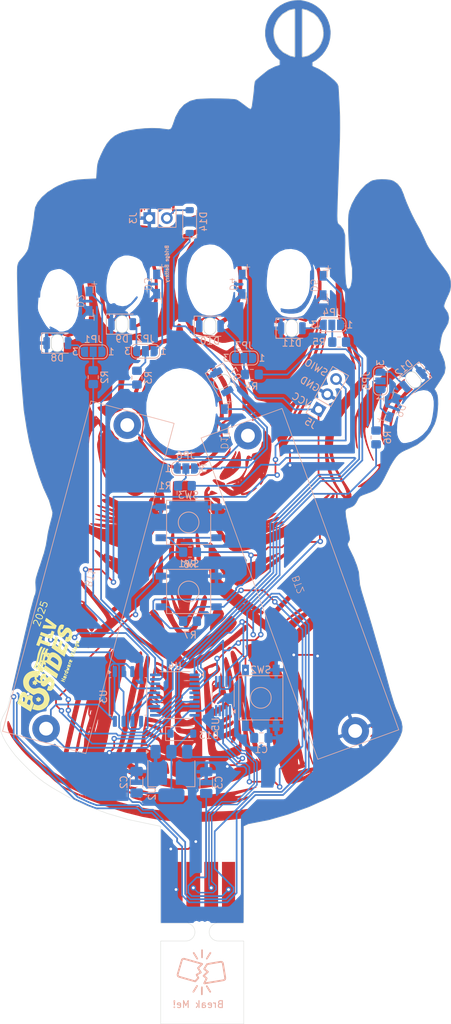
<source format=kicad_pcb>
(kicad_pcb (version 20240108) (generator "pcbnew") (generator_version "8.0")
  (layers (0 "F.Cu" signal) (31 "B.Cu" signal) (34 "B.Paste" user) (35 "F.Paste" user) (36 "B.SilkS" user "B.Silkscreen") (37 "F.SilkS" user "F.Silkscreen") (38 "B.Mask" user) (39 "F.Mask" user) (44 "Edge.Cuts" user))
  (net 0 "")
  (net 1 "VCC")
  (net 2 "GND")
  (net 3 "RST")
  (net 4 "PC4")
  (net 5 "MISO")
  (net 6 "MOSI")
  (net 7 "SCK")
  (net 8 "SWIO")
  (net 9 "PC3")
  (net 10 "PC2")
  (net 11 "PC1")
  (net 12 "RX")
  (net 15 "PD2")
  (net 16 "PD3")
  (net 17 "3.3v")
  (net 18 "D+")
  (net 19 "D-")
  (net 20 "RXOUT")
  (net 21 "PD4")
  (net 25 "Net-(D1-A)")
  (net 26 "Net-(D2-A)")
  (net 27 "Net-(D3-A)")
  (net 28 "Net-(D10-A)")
  (net 29 "Net-(D11-A)")
  (net 30 "Net-(D12-A)")
  (net 31 "PC0")
  (net 32 "PD0")
  (net 33 "Net-(D4-A)")
  (net 34 "Net-(D5-A)")
  (net 35 "Net-(D6-A)")
  (net 36 "Net-(D7-A)")
  (net 37 "Net-(D8-A)")
  (net 38 "Net-(D9-A)")
  (net 39 "Net-(JP6-C)")
  (net 40 "Net-(JP1-C)")
  (net 41 "Net-(JP2-C)")
  (net 42 "Net-(JP3-C)")
  (net 43 "Net-(JP4-C)")
  (net 44 "Net-(JP5-C)")
  (net 45 "Net-(D13-A)")
  (net 46 "Net-(D14-A)")
  (net 47 "Net-(BT1--)")
  (footprint "LOGO" (layer "F.Cu") (at 0 0)
    (property "Reference" "G***" (hide yes))
    (property "Value" "LOGO" (hide yes))
  )
  (footprint "Panelization:mouse-bite-2.54mm-slot" (layer "F.Cu") (at -4.05 81.3)
    (property "Reference" "mouse-bite-2.54mm-slot" (hide yes))
    (property "Value" "VAL**" (hide yes))
  )
  (footprint "Connectors:usb-PCB" (layer "F.Cu") (at -4.02 80.05)
    (property "Reference" "J2" (hide yes))
    (property "Value" "USB_A" (hide yes))
  )
  (footprint "LOGO" (layer "F.Cu") (at -4.06 87.25)
    (property "Reference" "G***" (hide yes))
    (property "Value" "LOGO" (hide yes))
  )
  (footprint "LOGO" (layer "F.Cu") (at -26.85 43.06 70)
    (property "Reference" "G***")
    (property "Value" "LOGO" (hide yes))
  )
  (footprint "LOGO" (layer "F.Cu") (at 0 0)
    (property "Reference" "G***" (hide yes))
    (property "Value" "LOGO" (hide yes))
  )
  (footprint "LED_SMD:XL-2810" (layer "B.Cu") (at -10.65 -12.5 90)
    (property "Reference" "D3")
    (property "Value" "LED")
  )
  (footprint "LED_SMD:XL-2810" (layer "B.Cu") (at 23.6 5.4 -110)
    (property "Reference" "D6")
    (property "Value" "LED")
  )
  (footprint "Resistor_SMD:R_0805_2012Metric_Pad1.20x1.40mm_HandSolder" (layer "B.Cu") (at 21.2 9.7 90)
    (property "Reference" "R6")
    (property "Value" "100")
  )
  (footprint "Resistor_SMD:R_0805_2012Metric_Pad1.20x1.40mm_HandSolder" (layer "B.Cu") (at -5.8 26.3 180)
    (property "Reference" "R8")
    (property "Value" "1k")
  )
  (footprint "SolderJumper:SolderJumper-3_P1.3mm_Open_RoundedPad1.0x1.5mm_NumberLabels" (layer "B.Cu") (at 2.03 -1.79 180)
    (property "Reference" "JP3")
    (property "Value" "SolderJumper_3_Open")
  )
  (footprint "Package_SO:SOIC-8_5.23x5.23mm_P1.27mm" (layer "B.Cu") (at -14.8 47.2 -90)
    (property "Reference" "U3")
    (property "Value" "W25Q128JVS")
  )
  (footprint "SMD-Button-6x6-4Pin:SMD-BTN-6x6-4Pin" (layer "B.Cu") (at 4.475 47.4 90)
    (property "Reference" "SW2")
    (property "Value" "SW_Push")
  )
  (footprint "Diode_SMD:D_SOD-123" (layer "B.Cu") (at -6.984 52.578)
    (property "Reference" "D13")
    (property "Value" "D")
  )
  (footprint "SMD-Button-6x6-4Pin:SMD-BTN-6x6-4Pin" (layer "B.Cu") (at -6 32 180)
    (property "Reference" "SW1")
    (property "Value" "SW_Push")
  )
  (footprint "SMD-Button-6x6-4Pin:SMD-BTN-6x6-4Pin" (layer "B.Cu") (at -6 22 180)
    (property "Reference" "SW3")
    (property "Value" "SW_Push")
  )
  (footprint "Connector_PinHeader_2.54mm:PinHeader_1x03_P2.54mm_Vertical" (layer "B.Cu") (at 12.85 5.65 -30)
    (property "Reference" "J5")
    (property "Value" "Conn_01x03_Pin")
  )
  (footprint "LED_SMD:LED_1206_3216Metric_ReverseMount_Hole1.8x2.4mm" (layer "B.Cu") (at -15.65 -6.7)
    (property "Reference" "D9")
    (property "Value" "LED")
    (fp_line (start -0.889 -0.3556) (end -0.889 0.3556) (stroke (width 0.1)) (layer "Edge.Cuts"))
    (fp_line (start 0.889 -0.3556) (end 0.889 0.3556) (stroke (width 0.1)) (layer "Edge.Cuts"))
    (fp_arc (start -0.889 -0.3556) (mid 0 -1.2446) (end 0.889 -0.3556) (stroke (width 0.1)) (layer "Edge.Cuts"))
    (fp_arc (start 0.889 0.3556) (mid 0 1.2446) (end -0.889 0.3556) (stroke (width 0.1)) (layer "Edge.Cuts"))
  )
  (footprint "Resistor_SMD:R_0805_2012Metric_Pad1.20x1.40mm_HandSolder" (layer "B.Cu") (at -13.5 1.05 90)
    (property "Reference" "R3")
    (property "Value" "100")
  )
  (footprint "Capacitor_SMD:C_1206_3216Metric_Pad1.33x1.80mm_HandSolder" (layer "B.Cu") (at -13.55 59.6125 -90)
    (property "Reference" "C2")
    (property "Value" "C")
  )
  (footprint "Resistor_SMD:R_0805_2012Metric_Pad1.20x1.40mm_HandSolder" (layer "B.Cu") (at -5.8 36.3 180)
    (property "Reference" "R7")
    (property "Value" "1k")
  )
  (footprint "Package_SO:TSSOP-20_4.4x6.5mm_P0.65mm" (layer "B.Cu") (at -8 47 180)
    (property "Reference" "U4")
    (property "Value" "CH32V003F4P6")
  )
  (footprint "LED_SMD:LED_1206_3216Metric_ReverseMount_Hole1.8x2.4mm" (layer "B.Cu") (at -25.05 -3.96)
    (property "Reference" "D8")
    (property "Value" "LED")
    (fp_line (start -0.889 -0.3556) (end -0.889 0.3556) (stroke (width 0.1)) (layer "Edge.Cuts"))
    (fp_line (start 0.889 -0.3556) (end 0.889 0.3556) (stroke (width 0.1)) (layer "Edge.Cuts"))
    (fp_arc (start -0.889 -0.3556) (mid 0 -1.2446) (end 0.889 -0.3556) (stroke (width 0.1)) (layer "Edge.Cuts"))
    (fp_arc (start 0.889 0.3556) (mid 0 1.2446) (end -0.889 0.3556) (stroke (width 0.1)) (layer "Edge.Cuts"))
  )
  (footprint "LED_SMD:XL-2810" (layer "B.Cu") (at -0.825 7 90)
    (property "Reference" "D1")
    (property "Value" "LED")
  )
  (footprint "Resistor_SMD:R_0805_2012Metric_Pad1.20x1.40mm_HandSolder" (layer "B.Cu") (at 3.17 0.59 180)
    (property "Reference" "R4")
    (property "Value" "100")
  )
  (footprint "LED_SMD:XL-2810" (layer "B.Cu") (at 1.75 -12.475 90)
    (property "Reference" "D4")
    (property "Value" "LED")
  )
  (footprint "Resistor_SMD:R_0805_2012Metric_Pad1.20x1.40mm_HandSolder" (layer "B.Cu") (at 15.84 -4.1 180)
    (property "Reference" "R5")
    (property "Value" "100")
  )
  (footprint "SolderJumper:SolderJumper-3_P1.3mm_Open_RoundedPad1.0x1.5mm_NumberLabels" (layer "B.Cu") (at 21.84 1.52 90)
    (property "Reference" "JP5")
    (property "Value" "SolderJumper_3_Open")
  )
  (footprint "LED_SMD:XL-2810" (layer "B.Cu") (at 13.5 -12.3 90)
    (property "Reference" "D5")
    (property "Value" "LED")
  )
  (footprint "Package_TO_SOT_SMD:SOT-223-3_TabPin2" (layer "B.Cu") (at -8.5 58.35 -90)
    (property "Reference" "U2")
    (property "Value" "AMS1117-3.3")
  )
  (footprint "Connector_PinHeader_2.54mm:PinHeader_1x02_P2.54mm_Vertical" (layer "B.Cu") (at -11.7 -22.05 -90)
    (property "Reference" "J3")
    (property "Value" "Conn_01x02_Pin")
  )
  (footprint "Capacitor_SMD:C_1206_3216Metric_Pad1.33x1.80mm_HandSolder" (layer "B.Cu") (at -3.45 59.6625 90)
    (property "Reference" "C3")
    (property "Value" "C")
  )
  (footprint "SolderJumper:SolderJumper-3_P1.3mm_Open_RoundedPad1.0x1.5mm_NumberLabels" (layer "B.Cu") (at -19.84 -2.7 180)
    (property "Reference" "JP1")
    (property "Value" "SolderJumper_3_Open")
  )
  (footprint "SolderJumper:SolderJumper-3_P1.3mm_Open_RoundedPad1.0x1.5mm_NumberLabels" (layer "B.Cu") (at 14.78 -6.6 180)
    (property "Reference" "JP4")
    (property "Value" "SolderJumper_3_Open")
  )
  (footprint "LED_SMD:LED_1206_3216Metric_ReverseMount_Hole1.8x2.4mm" (layer "B.Cu") (at -2.91 -6.4)
    (property "Reference" "D10")
    (property "Value" "LED")
    (fp_line (start -0.889 -0.3556) (end -0.889 0.3556) (stroke (width 0.1)) (layer "Edge.Cuts"))
    (fp_line (start 0.889 -0.3556) (end 0.889 0.3556) (stroke (width 0.1)) (layer "Edge.Cuts"))
    (fp_arc (start -0.889 -0.3556) (mid 0 -1.2446) (end 0.889 -0.3556) (stroke (width 0.1)) (layer "Edge.Cuts"))
    (fp_arc (start 0.889 0.3556) (mid 0 1.2446) (end -0.889 0.3556) (stroke (width 0.1)) (layer "Edge.Cuts"))
  )
  (footprint "LED_SMD:LED_1206_3216Metric_ReverseMount_Hole1.8x2.4mm" (layer "B.Cu") (at 8.96 -6.11)
    (property "Reference" "D11")
    (property "Value" "LED")
    (fp_line (start -0.889 -0.3556) (end -0.889 0.3556) (stroke (width 0.1)) (layer "Edge.Cuts"))
    (fp_line (start 0.889 -0.3556) (end 0.889 0.3556) (stroke (width 0.1)) (layer "Edge.Cuts"))
    (fp_arc (start -0.889 -0.3556) (mid 0 -1.2446) (end 0.889 -0.3556) (stroke (width 0.1)) (layer "Edge.Cuts"))
    (fp_arc (start 0.889 0.3556) (mid 0 1.2446) (end -0.889 0.3556) (stroke (width 0.1)) (layer "Edge.Cuts"))
  )
  (footprint "Resistor_SMD:R_0805_2012Metric_Pad1.20x1.40mm_HandSolder" (layer "B.Cu") (at -19.84 0.98 90)
    (property "Reference" "R2")
    (property "Value" "100")
  )
  (footprint "Package_SO:MSOP-10_3x3mm_P0.5mm" (layer "B.Cu") (at -1 47.15 90)
    (property "Reference" "U5")
    (property "Value" "CH340E")
  )
  (footprint "LED_SMD:LED_1206_3216Metric_ReverseMount_Hole1.8x2.4mm" (layer "B.Cu") (at 26.6 1.35368 -140)
    (property "Reference" "D12")
    (property "Value" "LED")
    (fp_line (start 0.889 -0.3556) (end 0.889 0.3556) (stroke (width 0.1)) (layer "Edge.Cuts"))
    (fp_line (start -0.889 -0.3556) (end -0.889 0.3556) (stroke (width 0.1)) (layer "Edge.Cuts"))
    (fp_arc (start 0.889 0.3556) (mid 0 1.2446) (end -0.889 0.3556) (stroke (width 0.1)) (layer "Edge.Cuts"))
    (fp_arc (start -0.889 -0.3556) (mid 0 -1.2446) (end 0.889 -0.3556) (stroke (width 0.1)) (layer "Edge.Cuts"))
  )
  (footprint "Capacitor_SMD:C_0805_2012Metric_Pad1.18x1.45mm_HandSolder" (layer "B.Cu") (at 4.55 53.2)
    (property "Reference" "C1")
    (property "Value" "C")
  )
  (footprint "Diode_SMD:D_SOD-123" (layer "B.Cu") (at -5.85 -21.55 90)
    (property "Reference" "D14")
    (property "Value" "D")
  )
  (footprint "Battery:BH-AAA-A1AJ001" (layer "B.Cu") (at 10.384924 30.814495 -70)
    (property "Reference" "BT2")
    (property "Value" "BATTERY-AAA")
  )
  (footprint "SolderJumper:SolderJumper-3_P1.3mm_Open_RoundedPad1.0x1.5mm_NumberLabels" (layer "B.Cu") (at -6.4 14.2)
    (property "Reference" "JP6")
    (property "Value" "SolderJumper_3_Open")
  )
  (footprint "Resistor_SMD:R_0805_2012Metric_Pad1.20x1.40mm_HandSolder" (layer "B.Cu") (at -6.55 16.7 180)
    (property "Reference" "R1")
    (property "Value" "100")
  )
  (footprint "SolderJumper:SolderJumper-3_P1.3mm_Open_RoundedPad1.0x1.5mm_NumberLabels" (layer "B.Cu") (at -12.27 -2.78 180)
    (property "Reference" "JP2")
    (property "Value" "SolderJumper_3_Open")
  )
  (footprint "LED_SMD:XL-2810" (layer "B.Cu") (at -20.45 -10.025 90)
    (property "Reference" "D2")
    (property "Value" "LED")
  )
  (footprint "Battery:BH-AAA-A1AJ001" (layer "B.Cu") (at -20.791481 29.885295 75)
    (property "Reference" "BT1")
    (property "Value" "BATTERY-AAA")
  )
  (footprint "LED_SMD:LED_1206_3216Metric_ReverseMount_Hole1.8x2.4mm" (layer "B.Cu") (at -1.175 1.657661 -60)
    (property "Reference" "D7")
    (property "Value" "LED")
    (fp_line (start -0.889 -0.355601) (end -0.889001 0.3556) (stroke (width 0.1)) (layer "Edge.Cuts"))
    (fp_line (start 0.889001 -0.3556) (end 0.889 0.355601) (stroke (width 0.1)) (layer "Edge.Cuts"))
    (fp_arc (start -0.889 -0.355601) (mid 0.000001 -1.244602) (end 0.889001 -0.3556) (stroke (width 0.1)) (layer "Edge.Cuts"))
    (fp_arc (start 0.889 0.355601) (mid -0.000001 1.244602) (end -0.889001 0.3556) (stroke (width 0.1)) (layer "Edge.Cuts"))
  )
  (gr_poly (pts (xy 9.4 -45.39) (xy 8.74 -45.54) (xy 7.72 -46.07) (xy 7.14 -46.62) (xy 6.64 -47.44) (xy 6.45 -48.03) (xy 6.34 -48.74) (xy 6.35 -49.22) (xy 6.47 -49.78) (xy 6.71 -50.41) (xy 7.04 -50.95) (xy 7.64 -51.58) (xy 8.52 -52.11) (xy 9.03 -52.25) (xy 9.4 -52.31)) (stroke (width 0.1)) (fill none) (layer "Edge.Cuts"))
  (gr_poly (pts (xy -33.34 51.69) (xy -33.23 52.29) (xy -32.94 53.03) (xy -32.5 53.86) (xy -31.9 54.75) (xy -31.19 55.68) (xy -30.37 56.59) (xy -29.37 57.6) (xy -28.6 58.33) (xy -27.86 58.96) (xy -26.98 59.63) (xy -25.98 60.29) (xy -25.28 60.7) (xy -24.42 61.19) (xy -23.37 61.79) (xy -22.58 62.17) (xy -20.61 63.08) (xy -17.79 64.14) (xy -14.74 65.02) (xy -11.65 65.67) (xy -10.05 66) (xy -10.05 80.02) (xy -6.4 80.02) (xy -6.24 80.02) (xy -6.12 80.03) (xy -6.01 80.06) (xy -5.89 80.1) (xy -5.77 80.16) (xy -5.65 80.23) (xy -5.56 80.3) (xy -5.47 80.38) (xy -5.44 80.41) (xy -5.38 80.48) (xy -5.31 80.574033) (xy -5.24 80.69) (xy -5.18 80.81) (xy -5.14 80.93) (xy -5.11 81.05) (xy -5.09 81.18) (xy -5.08 81.31) (xy -5.09 81.43) (xy -5.11 81.55) (xy -5.14 81.67) (xy -5.19 81.81) (xy -5.24 81.91) (xy -5.31 82.03) (xy -5.38 82.12) (xy -5.46 82.21) (xy -5.56 82.3) (xy -5.67 82.38) (xy -5.77 82.44) (xy -5.89 82.5) (xy -6 82.54) (xy -6.12 82.57) (xy -6.25 82.59) (xy -6.4 82.6) (xy -8.5 82.6) (xy -10.05 82.6) (xy -10.05 94.6) (xy 2 94.6) (xy 2 82.6) (xy -1.7 82.6) (xy -1.84 82.59) (xy -1.96 82.57) (xy -2.09 82.54) (xy -2.21 82.5) (xy -2.32 82.45) (xy -2.43 82.38) (xy -2.54 82.3) (xy -2.63 82.22) (xy -2.72 82.12) (xy -2.8 82.02) (xy -2.86 81.92) (xy -2.92 81.79) (xy -2.96 81.68) (xy -2.99 81.55) (xy -3.01 81.43058) (xy -3.02 81.3) (xy -3.01 81.18) (xy -2.99 81.04) (xy -2.96 80.93) (xy -2.92 80.81) (xy -2.86 80.69) (xy -2.79 80.57) (xy -2.72 80.48) (xy -2.64 80.39) (xy -2.54 80.3) (xy -2.42 80.21) (xy -2.28 80.13) (xy -2.1 80.06) (xy -1.96 80.03) (xy -1.8 80.02) (xy -1.7 80.02) (xy 2 80.02) (xy 2 66) (xy 2.67 65.68) (xy 5.69 65.09) (xy 8.53 64.27) (xy 11.44 63.22) (xy 14.45 61.88) (xy 15.64 61.25) (xy 17.56 60.1) (xy 19.1 59.09) (xy 20.16 58.32) (xy 21.59 57.08) (xy 22.89 55.7) (xy 23.71 54.64) (xy 23.99 54.26) (xy 24.34 53.73) (xy 24.75 52.93) (xy 25 52.21) (xy 25.04 51.57) (xy 24.9 50.83) (xy 24.56 50) (xy 24.39 49.62) (xy 24.05 48.85) (xy 23.8 48.11) (xy 23.29 46.43) (xy 22.4 43.17) (xy 21.65 40.52) (xy 20.61 36.91) (xy 19.86 34.41) (xy 19.1 31.92) (xy 18.87 30.97) (xy 18.71 29.19) (xy 18.44 28.25) (xy 17.99 27.1) (xy 17.25 25.59) (xy 17.12 25.25) (xy 17.13 25.06) (xy 17.35 24.64) (xy 17.4 24.47) (xy 17.4 24.22) (xy 17.35 23.84) (xy 16.84 21.12) (xy 16.78 20.37) (xy 16.87 20.16) (xy 17.02 20.03) (xy 17.74 19.76) (xy 18.07 19.52) (xy 18.34 19.16) (xy 18.68 18.5) (xy 18.89 18.27) (xy 19.22 18.1) (xy 20.4 17.67) (xy 20.93 17.43) (xy 21.35 17.15) (xy 21.69 16.8) (xy 21.98 16.37) (xy 22.36 15.71) (xy 22.97 14.5) (xy 23.29 13.85) (xy 23.69 13.18) (xy 24.12 12.56) (xy 24.52 12.14) (xy 25 11.81) (xy 25.55 11.54) (xy 25.81 11.44) (xy 27.14 10.8) (xy 28.23 9.98) (xy 29.06 9) (xy 29.69 7.83) (xy 29.89 7.27) (xy 30.07 6.53) (xy 30.16 5.73) (xy 30.22 4.86) (xy 30.2 4.19) (xy 30.13 3.59) (xy 29.97 3.13) (xy 29.71 2.71) (xy 30.22 1.95) (xy 30.64 1.31) (xy 31.09 0.53) (xy 31.15 0.41) (xy 31.29 -0.37) (xy 31.16 -1.25) (xy 30.86 -2.07) (xy 30.42 -3) (xy 30.42 -3.05) (xy 30.69 -4.78) (xy 30.85 -5.34) (xy 31.08 -5.79) (xy 31.27 -6.09) (xy 31.67 -6.84) (xy 31.8 -7.58) (xy 31.66 -8.28) (xy 31.37 -8.76) (xy 31.15 -9.06) (xy 31.08 -9.3) (xy 31.13 -9.57) (xy 31.29 -10.02) (xy 31.57 -10.64) (xy 31.75 -11.02) (xy 31.96 -11.54) (xy 32.05 -12.14) (xy 32.05 -12.45) (xy 32.03 -12.93) (xy 31.94 -13.37) (xy 31.77 -13.8) (xy 31.48 -14.28) (xy 31.09 -14.82) (xy 30.57 -15.5) (xy 29.95 -16.28) (xy 29.33 -17.09) (xy 28.88 -17.74) (xy 28.59 -18.25) (xy 28.27 -18.96) (xy 28 -19.55) (xy 27.76 -20.06) (xy 27.61 -20.38) (xy 27.14 -21.2) (xy 26.87 -21.7) (xy 26.41 -22.6) (xy 26.02 -23.45) (xy 25.63 -24.35) (xy 25.32 -25.16) (xy 25.22 -25.48) (xy 24.84 -26.37) (xy 24.34 -27.02) (xy 23.74 -27.45) (xy 23.28 -27.6) (xy 22.67 -27.67) (xy 22.02 -27.69) (xy 21.29 -27.65) (xy 20.71 -27.53) (xy 20.45 -27.43) (xy 19.65 -26.88) (xy 18.88 -26.07) (xy 18.2 -25.12) (xy 17.65 -24.09) (xy 17.26 -23.02) (xy 17.18 -22.53) (xy 17.14 -21.88) (xy 17.14 -20.2) (xy 17.23 -18.13) (xy 17.39 -16.32) (xy 17.7 -14.77) (xy 17.7 -13.4) (xy 17.63 -12.78) (xy 17.5 -12.21) (xy 17.31 -11.88) (xy 17.14 -11.83) (xy 17 -11.98) (xy 16.87 -12.52) (xy 16.8 -13.25) (xy 16.74 -14.13) (xy 16.7 -15.95) (xy 16.74 -18.48) (xy 16.72 -19.6) (xy 16.47 -20.41) (xy 16.05 -20.99) (xy 15.8 -21.19) (xy 15.74 -21.25) (xy 15.68 -21.35) (xy 15.63 -21.52) (xy 15.6 -21.75) (xy 15.58 -22.4) (xy 15.62 -24.21) (xy 15.97 -33.65) (xy 15.99 -35.13) (xy 15.98 -36.77) (xy 15.89 -38.83) (xy 15.79 -40.56) (xy 15.74 -41.18) (xy 15.56 -41.56) (xy 15.19 -41.97) (xy 14.78 -42.32) (xy 13.82 -43.09) (xy 12.925 -43.65) (xy 12.15 -43.992125) (xy 11.975 -44.075) (xy 11.975 -44.6) (xy 12.5 -44.9) (xy 12.95 -45.25) (xy 13.4 -45.675) (xy 13.825 -46.25) (xy 14.15 -46.825) (xy 14.35 -47.3) (xy 14.55 -48.1) (xy 14.6 -48.725) (xy 14.6 -49.125) (xy 14.5 -49.85) (xy 14.35 -50.35) (xy 14.175 -50.8) (xy 14 -51.15) (xy 13.725 -51.6) (xy 13.3 -52.125) (xy 12.925 -52.475) (xy 12.45 -52.825) (xy 11.975 -53.1) (xy 11.375 -53.35) (xy 10.825 -53.5) (xy 10.275 -53.6) (xy 9.775 -53.6) (xy 9.375 -53.575) (xy 8.975 -53.525) (xy 8.475 -53.4) (xy 7.925 -53.2) (xy 7.275 -52.85) (xy 6.775 -52.475) (xy 6.375 -52.1) (xy 6.05 -51.7) (xy 5.825 -51.375) (xy 5.65 -51.075) (xy 5.5 -50.775) (xy 5.325 -50.325) (xy 5.2 -49.9) (xy 5.1 -49.2) (xy 5.1 -48.45) (xy 5.225 -47.725) (xy 5.525 -46.85) (xy 5.85 -46.3) (xy 6.2 -45.8) (xy 6.65 -45.327624) (xy 7.2 -44.9) (xy 7.2 -44.225) (xy 6.5 -44) (xy 5.55 -43.52) (xy 4.79 -42.92) (xy 4.25 -42.47) (xy 3.76 -42.05) (xy 3.6 -41.82) (xy 3.49 -41.06) (xy 3.45 -40.46) (xy 3.38 -39.85) (xy 3.32 -39.39) (xy 3.17 -38.28) (xy 3.07 -37.93) (xy 2.95 -37.87) (xy 2.7 -37.99) (xy 2.29 -38.3) (xy 1.69 -38.75) (xy 1.25 -39.06) (xy 0.97 -39.22) (xy 0.67 -39.28) (xy -0.26 -39.35) (xy -1.44 -39.38) (xy -2.75 -39.39) (xy -3.47 -39.37) (xy -4.32 -39.33) (xy -4.85 -39.29) (xy -5.8 -39.03) (xy -6.67 -38.5) (xy -7.35 -37.76) (xy -7.93 -36.69) (xy -8.28 -35.67) (xy -8.48 -35.17) (xy -8.65 -34.97) (xy -8.9 -34.9) (xy -9.24 -34.94) (xy -9.35 -34.96) (xy -10.25 -35.07) (xy -11.33 -35.1) (xy -12.38 -35.06) (xy -13.57 -34.94) (xy -14.68 -34.75) (xy -15.61 -34.51) (xy -16.1 -34.32) (xy -16.74 -33.99) (xy -17.34 -33.49) (xy -17.87 -32.86) (xy -18.18 -32.33) (xy -18.33 -32.08) (xy -18.57 -31.59) (xy -18.81 -31.08) (xy -19.12 -30.33) (xy -19.24 -29.86) (xy -19.32 -29.24) (xy -19.36 -28.62) (xy -19.42 -27.8) (xy -20.21 -27.76) (xy -20.97 -27.72) (xy -22.14 -27.63) (xy -23.12 -27.46) (xy -23.96 -27.19) (xy -24.63 -26.89) (xy -24.93 -26.77) (xy -25.55 -26.43) (xy -25.97 -26.15) (xy -26.44 -25.86) (xy -27.29 -25.12) (xy -27.91 -24.37) (xy -28.28 -23.6) (xy -28.41 -22.81) (xy -28.42 -22.58) (xy -28.49 -21.98) (xy -28.72 -20.52) (xy -29.28 -17.68) (xy -29.43 -17.31) (xy -29.77 -16.8) (xy -30.05 -16.45) (xy -30.59 -15.84) (xy -30.74 -15.57) (xy -30.81 -15.35) (xy -30.88 -15.02) (xy -30.91 -14.07) (xy -30.8 -8.57) (xy -30.69 -5.64) (xy -30.5 -1.57) (xy -30.3 1.33) (xy -29.93 5.75) (xy -29.5 8.49) (xy -29.14 10.39) (xy -28.4 13.18) (xy -27.74 15.29) (xy -27.08 17.05) (xy -26.26 18.84) (xy -25.77 20.53) (xy -25.79 20.87) (xy -25.85 21.16) (xy -26.18 22.42) (xy -26.37 23.24) (xy -26.46 23.68) (xy -26.53 24.17) (xy -26.73 25.34) (xy -27.01 26.46) (xy -27.16 26.9) (xy -27.49 27.94) (xy -27.75 28.71) (xy -27.98 29.41) (xy -28.09 29.81) (xy -28.16 30.01) (xy -28.21 30.28) (xy -28.23 30.54) (xy -28.24 30.69) (xy -28.2 31.51) (xy -28.19 31.84) (xy -28.25 32.29) (xy -28.44 32.77) (xy -28.94 34.64) (xy -29.23 35.89) (xy -29.82 38.36) (xy -32.07 48.1) (xy -32.29 48.9) (xy -32.47 49.25) (xy -32.77 49.79) (xy -32.97 50.16) (xy -33.25 50.97)) (stroke (width 0.05)) (fill none) (layer "Edge.Cuts"))
  (gr_poly (pts (xy 10.49 -52.31) (xy 11.15 -52.16) (xy 12.17 -51.63) (xy 12.75 -51.08) (xy 13.25 -50.26) (xy 13.44 -49.67) (xy 13.55 -48.96) (xy 13.54 -48.48) (xy 13.42 -47.92) (xy 13.18 -47.29) (xy 12.85 -46.75) (xy 12.25 -46.12) (xy 11.37 -45.59) (xy 10.86 -45.45) (xy 10.49 -45.39)) (stroke (width 0.1)) (fill none) (layer "Edge.Cuts"))
  (gr_text "SWIO" (at 13.85 1.05 330) (layer "B.SilkS") (effects (font (size 1 1)) (justify left bottom mirror)))
  (gr_text "VCC" (at 11.365686 5.560907 330) (layer "B.SilkS") (effects (font (size 1 1)) (justify left bottom mirror)))
  (gr_text "Bridge Battery" (at -8.86 -18.2 90) (layer "B.SilkS") (effects (font (size 0.5 0.5) (thickness 0.125)) (justify left bottom mirror)))
  (gr_text "GND" (at 12.7 3.3 330) (layer "B.SilkS") (effects (font (size 1 1)) (justify left bottom mirror)))
  (gr_text "Break Me!" (at -0.78 92.36 0) (layer "B.SilkS") (effects (font (size 1 1)) (justify left bottom mirror)))
  (gr_text "2025" (at -27.6 37.27 70) (layer "F.SilkS") (effects (font (size 1 1) (thickness 0.125) (bold yes)) (justify left bottom)))
  (gr_text "Hardware Village" (at -24.02 45.27 70) (layer "F.SilkS") (effects (font (size 0.5 0.5) (thickness 0.125) (bold yes)) (justify left bottom)))
  (via (at -0.21 75.15) (size 0.8) (drill 0.4) (layers "F.Cu" "B.Cu") (net 1))
  (segment (start -3.47 73.30104) (end -3.55896 73.39) (width 0.25) (layer "B.Cu") (net 1))
  (segment (start -5.4375 55.9625) (end -6.2 55.2) (width 0.25) (layer "B.Cu") (net 1))
  (segment (start -4.835305 73.39) (end -6.045 74.599695) (width 0.25) (layer "B.Cu") (net 1))
  (segment (start -5.56 76.1) (end -1.16 76.1) (width 0.25) (layer "B.Cu") (net 1))
  (segment (start -3.435 64.065) (end -3.47 64.1) (width 0.25) (layer "B.Cu") (net 1))
  (segment (start -1.16 76.1) (end -0.21 75.15) (width 0.25) (layer "B.Cu") (net 1))
  (segment (start -3.5 55.9625) (end -0.300292 55.9625) (width 0.25) (layer "B.Cu") (net 1))
  (segment (start 2.36 58.27) (end -3.435 64.065) (width 0.25) (layer "B.Cu") (net 1))
  (segment (start 1.072208 57.335) (end 2.045 57.335) (width 0.25) (layer "B.Cu") (net 1))
  (segment (start -3.47 64.1) (end -3.47 73.30104) (width 0.25) (layer "B.Cu") (net 1))
  (segment (start -6.045 74.599695) (end -6.045 75.615) (width 0.25) (layer "B.Cu") (net 1))
  (segment (start -3.55896 73.39) (end -4.835305 73.39) (width 0.25) (layer "B.Cu") (net 1))
  (segment (start -0.300292 55.9625) (end 1.072208 57.335) (width 0.25) (layer "B.Cu") (net 1))
  (segment (start -3.5 55.9625) (end -5.4375 55.9625) (width 0.25) (layer "B.Cu") (net 1))
  (segment (start -3.45 61.225) (end -3.45 64.05) (width 0.25) (layer "B.Cu") (net 1))
  (segment (start 2.045 57.335) (end 2.36 57.65) (width 0.25) (layer "B.Cu") (net 1))
  (segment (start -3.45 64.05) (end -3.435 64.065) (width 0.25) (layer "B.Cu") (net 1))
  (segment (start -6.045 75.615) (end -5.56 76.1) (width 0.25) (layer "B.Cu") (net 1))
  (segment (start 2.36 57.65) (end 2.36 58.27) (width 0.25) (layer "B.Cu") (net 1))
  (segment (start -0.39 57.33) (end -0.2 57.14) (width 0.25) (layer "F.Cu") (net 2))
  (segment (start 9.25 41.18) (end 12.55 41.18) (width 0.25) (layer "F.Cu") (net 2))
  (segment (start -16.8 53.3) (end -16.8 54.65) (width 0.25) (layer "F.Cu") (net 2))
  (segment (start 0.83 57.14) (end 1.81 56.16) (width 0.25) (layer "F.Cu") (net 2))
  (segment (start 8.71 13.73) (end 8.71 13.76) (width 0.25) (layer "F.Cu") (net 2))
  (segment (start -16.8 54.65) (end -17.5 55.35) (width 0.25) (layer "F.Cu") (net 2))
  (segment (start 8.99 11.61) (end 8.71 11.89) (width 0.25) (layer "F.Cu") (net 2))
  (segment (start -6.03 69.28) (end -4.96 68.21) (width 0.25) (layer "F.Cu") (net 2))
  (segment (start -8.59 69.28) (end -6.03 69.28) (width 0.25) (layer "F.Cu") (net 2))
  (segment (start 12.55 41.18) (end 12.71 41.34) (width 0.25) (layer "F.Cu") (net 2))
  (segment (start -0.2 57.14) (end 0.83 57.14) (width 0.25) (layer "F.Cu") (net 2))
  (segment (start 8.71 11.89) (end 8.71 13.73) (width 0.25) (layer "F.Cu") (net 2))
  (via (at 8.99 11.61) (size 0.8) (drill 0.4) (layers "F.Cu" "B.Cu") (net 2))
  (via (at -17.5 55.35) (size 0.8) (drill 0.4) (layers "F.Cu" "B.Cu") (net 2))
  (via (at 8.71 13.73) (size 0.8) (drill 0.4) (layers "F.Cu" "B.Cu") (net 2))
  (via (at -16.8 53.3) (size 0.8) (drill 0.4) (layers "F.Cu" "B.Cu") (net 2))
  (via (at -8.59 69.28) (size 0.8) (drill 0.4) (layers "F.Cu" "B.Cu") (net 2))
  (via (at -29.28 46.83) (size 0.8) (drill 0.4) (layers "F.Cu" "B.Cu") (net 2))
  (via (at 9.25 41.18) (size 0.8) (drill 0.4) (layers "F.Cu" "B.Cu") (net 2))
  (via (at -0.39 57.33) (size 0.8) (drill 0.4) (layers "F.Cu" "B.Cu") (net 2))
  (via (at 1.81 56.16) (size 0.8) (drill 0.4) (layers "F.Cu" "B.Cu") (net 2))
  (via (at 12.71 41.34) (size 0.8) (drill 0.4) (layers "F.Cu" "B.Cu") (net 2))
  (via (at -7.83 75.15) (size 0.8) (drill 0.4) (layers "F.Cu" "B.Cu") (net 2))
  (via (at -4.96 68.21) (size 0.8) (drill 0.4) (layers "F.Cu" "B.Cu") (net 2))
  (segment (start -10.65 -11.1) (end -13.666098 -8.083902) (width 0.25) (layer "B.Cu") (net 2))
  (segment (start 28.40845 0.978442) (end 27.787368 0.35736) (width 0.25) (layer "B.Cu") (net 2))
  (segment (start 1.17 56.16) (end -1 53.99) (width 0.25) (layer "B.Cu") (net 2))
  (segment (start 24.078828 4.08443) (end 25.523268 4.08443) (width 0.25) (layer "B.Cu") (net 2))
  (segment (start -6.902209 47.975) (end -10.07521 51.148001) (width 0.25) (layer "B.Cu") (net 2))
  (segment (start -6.75 62.9) (end -4.675 60.825) (width 0.25) (layer "B.Cu") (net 2))
  (segment (start 1.85 -10.975) (end 1.75 -11.075) (width 0.25) (layer "B.Cu") (net 2))
  (segment (start -17.2 -7) (end -17.2 -6.7) (width 0.25) (layer "B.Cu") (net 2))
  (segment (start -13.55 58.05) (end -14.775 59.275) (width 0.25) (layer "B.Cu") (net 2))
  (segment (start -13.084417 62.492791) (end -12.677208 62.9) (width 0.25) (layer "B.Cu") (net 2))
  (segment (start -10.07521 51.212468) (end -12.162742 53.3) (width 0.25) (layer "B.Cu") (net 2))
  (segment (start -5.1375 47.975) (end -6.902209 47.975) (width 0.25) (layer "B.Cu") (net 2))
  (segment (start -4.675 60.825) (end -4.675 59.325) (width 0.25) (layer "B.Cu") (net 2))
  (segment (start -10.07521 51.148001) (end -10.07521 51.212468) (width 0.25) (layer "B.Cu") (net 2))
  (segment (start -12.162742 53.3) (end -16.8 53.3) (width 0.25) (layer "B.Cu") (net 2))
  (segment (start 27.267303 2.632697) (end 28.40845 1.49155) (width 0.25) (layer "B.Cu") (net 2))
  (segment (start -4.675 59.325) (end -3.45 58.1) (width 0.25) (layer "B.Cu") (net 2))
  (segment (start -14.775 61.867791) (end -14.15 62.492791) (width 0.25) (layer "B.Cu") (net 2))
  (segment (start 24.078828 4.08443) (end 24.078828 3.683804) (width 0.25) (layer "B.Cu") (net 2))
  (segment (start 8.935 11.61) (end 8.99 11.61) (width 0.25) (layer "B.Cu") (net 2))
  (segment (start -14.775 59.275) (end -14.775 61.867791) (width 0.25) (layer "B.Cu") (net 2))
  (segment (start -16.116098 -8.083902) (end -17.2 -7) (width 0.25) (layer "B.Cu") (net 2))
  (segment (start -12.677208 62.9) (end -6.75 62.9) (width 0.25) (layer "B.Cu") (net 2))
  (segment (start -14.09 19.73) (end -14.18 19.73) (width 0.25) (layer "B.Cu") (net 2))
  (segment (start 28.40845 1.49155) (end 28.40845 0.978442) (width 0.25) (layer "B.Cu") (net 2))
  (segment (start 26.975001 2.632697) (end 27.267303 2.632697) (width 0.25) (layer "B.Cu") (net 2))
  (segment (start -1 53.99) (end -1 49.2625) (width 0.25) (layer "B.Cu") (net 2))
  (segment (start 1.81 56.16) (end 1.17 56.16) (width 0.25) (layer "B.Cu") (net 2))
  (segment (start -13.666098 -8.083902) (end -16.116098 -8.083902) (width 0.25) (layer "B.Cu") (net 2))
  (segment (start -14.8 58.05) (end -13.55 58.05) (width 0.25) (layer "B.Cu") (net 2))
  (segment (start -14.15 62.492791) (end -13.084417 62.492791) (width 0.25) (layer "B.Cu") (net 2))
  (segment (start -17.5 55.35) (end -14.8 58.05) (width 0.25) (layer "B.Cu") (net 2))
  (segment (start 25.523268 4.08443) (end 26.975001 2.632697) (width 0.25) (layer "B.Cu") (net 2))
  (segment (start -23.46 49.19) (end -23.46 47.64) (width 0.25) (layer "F.Cu") (net 3))
  (segment (start -0.1 40.15) (end 0.75 40.15) (width 0.25) (layer "F.Cu") (net 3))
  (segment (start -1.65 41.7) (end -0.1 40.15) (width 0.25) (layer "F.Cu") (net 3))
  (segment (start -23.45 49.2) (end -23.46 49.19) (width 0.25) (layer "F.Cu") (net 3))
  (segment (start -1.87 41.7) (end -1.65 41.7) (width 0.25) (layer "F.Cu") (net 3))
  (segment (start 0.75 40.15) (end 2.25 41.65) (width 0.25) (layer "F.Cu") (net 3))
  (segment (start 2.25 41.65) (end 2.25 43.35) (width 0.25) (layer "F.Cu") (net 3))
  (via (at 2.25 43.35) (size 0.8) (drill 0.4) (layers "F.Cu" "B.Cu") (net 3))
  (via (at -23.45 49.2) (size 0.8) (drill 0.4) (layers "F.Cu" "B.Cu") (net 3))
  (via (at -23.46 47.64) (size 0.8) (drill 0.4) (layers "F.Cu" "B.Cu") (net 3))
  (via (at -1.87 41.7) (size 0.8) (drill 0.4) (layers "F.Cu" "B.Cu") (net 3))
  (segment (start -20.825 52.575) (end -16.499695 52.575) (width 0.25) (layer "B.Cu") (net 3))
  (segment (start -4.400001 46.025) (end -5.1375 46.025) (width 0.25) (layer "B.Cu") (net 3))
  (segment (start 2.25 51.45) (end 2.25 43.35) (width 0.25) (layer "B.Cu") (net 3))
  (segment (start -16.499695 52.575) (end -16.224695 52.85) (width 0.25) (layer "B.Cu") (net 3))
  (segment (start 3.5125 52.7125) (end 2.25 51.45) (width 0.25) (layer "B.Cu") (net 3))
  (segment (start -1.87 41.7) (end -1.87 43.494999) (width 0.25) (layer "B.Cu") (net 3))
  (segment (start -1.87 43.494999) (end -4.400001 46.025) (width 0.25) (layer "B.Cu") (net 3))
  (segment (start 3.5125 53.2) (end 3.5125 52.7125) (width 0.25) (layer "B.Cu") (net 3))
  (segment (start -23.45 49.2) (end -23.45 49.95) (width 0.25) (layer "B.Cu") (net 3))
  (segment (start -23.48 47.406491) (end -28.206491 42.68) (width 0.25) (layer "B.Cu") (net 3))
  (segment (start -16.224695 52.85) (end -12.413605 52.85) (width 0.25) (layer "B.Cu") (net 3))
  (segment (start -5.874999 46.025) (end -5.1375 46.025) (width 0.25) (layer "B.Cu") (net 3))
  (segment (start -6.95 47.100001) (end -5.874999 46.025) (width 0.25) (layer "B.Cu") (net 3))
  (segment (start -23.46 47.64) (end -23.48 47.406491) (width 0.25) (layer "B.Cu") (net 3))
  (segment (start -12.413605 52.85) (end -6.95 47.386395) (width 0.25) (layer "B.Cu") (net 3))
  (segment (start -6.95 47.386395) (end -6.95 47.100001) (width 0.25) (layer "B.Cu") (net 3))
  (segment (start -23.45 49.95) (end -20.825 52.575) (width 0.25) (layer "B.Cu") (net 3))
  (segment (start -23.46 47.64) (end -23.48 47.64) (width 0.25) (layer "B.Cu") (net 3))
  (segment (start -8.3 46.149999) (end -10.125001 47.975) (width 0.25) (layer "B.Cu") (net 4))
  (segment (start 4.5 13.65) (end 7.15 13.65) (width 0.25) (layer "B.Cu") (net 4))
  (segment (start 18.099188 12.65) (end 18.195 12.745812) (width 0.25) (layer "B.Cu") (net 4))
  (segment (start -10.125001 47.975) (end -10.8625 47.975) (width 0.25) (layer "B.Cu") (net 4))
  (segment (start 5.855 29.070305) (end -8.3 43.225305) (width 0.25) (layer "B.Cu") (net 4))
  (segment (start -8.3 43.225305) (end -8.3 46.149999) (width 0.25) (layer "B.Cu") (net 4))
  (segment (start 1.45 16.7) (end -5.55 16.7) (width 0.25) (layer "B.Cu") (net 4))
  (segment (start 7.15 13.65) (end 8.15 12.65) (width 0.25) (layer "B.Cu") (net 4))
  (segment (start 12.798939 15.101061) (end 5.855 22.045) (width 0.25) (layer "B.Cu") (net 4))
  (segment (start 5.855 22.045) (end 5.855 29.070305) (width 0.25) (layer "B.Cu") (net 4))
  (segment (start 1.45 16.7) (end 4.5 13.65) (width 0.25) (layer "B.Cu") (net 4))
  (segment (start 8.15 12.65) (end 18.099188 12.65) (width 0.25) (layer "B.Cu") (net 4))
  (segment (start 15.839751 15.101061) (end 12.798939 15.101061) (width 0.25) (layer "B.Cu") (net 4))
  (segment (start 18.195 12.745812) (end 15.839751 15.101061) (width 0.25) (layer "B.Cu") (net 4))
  (segment (start -10.8625 46.025) (end -13.539695 46.025) (width 0.25) (layer "B.Cu") (net 5))
  (segment (start -15.615 43.345) (end -15.615 43.6) (width 0.25) (layer "B.Cu") (net 5))
  (segment (start -15.165 44.399695) (end -15.165 43.6) (width 0.25) (layer "B.Cu") (net 5))
  (segment (start -13.539695 46.025) (end -15.165 44.399695) (width 0.25) (layer "B.Cu") (net 5))
  (segment (start -12.895 50.8) (end -12.895 51.599999) (width 0.25) (layer "B.Cu") (net 6))
  (segment (start -13.220001 51.925) (end -14.515908 51.925) (width 0.25) (layer "B.Cu") (net 6))
  (segment (start -11.825 46.675) (end -10.8625 46.675) (width 0.25) (layer "B.Cu") (net 6))
  (segment (start -14.79 51.650908) (end -14.79 49.64) (width 0.25) (layer "B.Cu") (net 6))
  (segment (start -14.515908 51.925) (end -14.79 51.650908) (width 0.25) (layer "B.Cu") (net 6))
  (segment (start -14.79 49.64) (end -11.825 46.675) (width 0.25) (layer "B.Cu") (net 6))
  (segment (start -12.895 51.599999) (end -13.220001 51.925) (width 0.25) (layer "B.Cu") (net 6))
  (segment (start -14.165 49.890001) (end -14.165 50.8) (width 0.25) (layer "B.Cu") (net 7))
  (segment (start -10.8625 47.325) (end -11.599999 47.325) (width 0.25) (layer "B.Cu") (net 7))
  (segment (start -11.599999 47.325) (end -14.165 49.890001) (width 0.25) (layer "B.Cu") (net 7))
  (segment (start 6.6 14.9) (end 6.85 15.15) (width 0.25) (layer "F.Cu") (net 8))
  (segment (start 6.6 12.9) (end 6.6 14.9) (width 0.25) (layer "F.Cu") (net 8))
  (segment (start -18.75 28.8) (end -16.9 30.65) (width 0.25) (layer "F.Cu") (net 8))
  (segment (start -20.95 28.8) (end -18.75 28.8) (width 0.25) (layer "F.Cu") (net 8))
  (via (at -20.95 28.8) (size 0.8) (drill 0.4) (layers "F.Cu" "B.Cu") (net 8))
  (via (at -16.9 30.65) (size 0.8) (drill 0.4) (layers "F.Cu" "B.Cu") (net 8))
  (via (at 6.85 15.15) (size 0.8) (drill 0.4) (layers "F.Cu" "B.Cu") (net 8))
  (via (at -22.54 38.66) (size 0.8) (drill 0.4) (layers "F.Cu" "B.Cu") (net 8))
  (via (at 6.6 12.9) (size 0.8) (drill 0.4) (layers "F.Cu" "B.Cu") (net 8))
  (segment (start -22.54 38.66) (end -21.896396 38.016396) (width 0.25) (layer "B.Cu") (net 8))
  (segment (start -15.106396 38.016396) (end -11.925 41.197792) (width 0.25) (layer "B.Cu") (net 8))
  (segment (start -20.95 33.872792) (end -16.806396 38.016396) (width 0.25) (layer "B.Cu") (net 8))
  (segment (start -20.95 28.8) (end -20.95 33.872792) (width 0.25) (layer "B.Cu") (net 8))
  (segment (start 5.45 15.15) (end 2.3 18.3) (width 0.25) (layer "B.Cu") (net 8))
  (segment (start -11.553812 45.375) (end -10.8625 45.375) (width 0.25) (layer "B.Cu") (net 8))
  (segment (start -11.925 45.003812) (end -11.553812 45.375) (width 0.25) (layer "B.Cu") (net 8))
  (segment (start 16.8 2.660591) (end 15.39 1.250591) (width 0.25) (layer "B.Cu") (net 8))
  (segment (start -16.806396 38.016396) (end -15.106396 38.016396) (width 0.25) (layer "B.Cu") (net 8))
  (segment (start -16.9 18.3) (end -16.9 30.65) (width 0.25) (layer "B.Cu") (net 8))
  (segment (start 16.8 10.15) (end 16.8 2.660591) (width 0.25) (layer "B.Cu") (net 8))
  (segment (start 6.6 12.9) (end 6.6 10.95) (width 0.25) (layer "B.Cu") (net 8))
  (segment (start 2.3 18.3) (end -16.9 18.3) (width 0.25) (layer "B.Cu") (net 8))
  (segment (start 6.85 15.15) (end 5.45 15.15) (width 0.25) (layer "B.Cu") (net 8))
  (segment (start 6.6 10.95) (end 7.4 10.15) (width 0.25) (layer "B.Cu") (net 8))
  (segment (start 7.4 10.15) (end 16.8 10.15) (width 0.25) (layer "B.Cu") (net 8))
  (segment (start -11.925 41.197792) (end -11.925 45.003812) (width 0.25) (layer "B.Cu") (net 8))
  (segment (start -21.896396 38.016396) (end -16.806396 38.016396) (width 0.25) (layer "B.Cu") (net 8))
  (segment (start -16.08 51.67) (end -16.08 49.949092) (width 0.25) (layer "B.Cu") (net 9))
  (segment (start -15.35 52.4) (end -16.08 51.67) (width 0.25) (layer "B.Cu") (net 9))
  (segment (start -16.75 49.279092) (end -16.75 43.735) (width 0.25) (layer "B.Cu") (net 9))
  (segment (start -16.08 49.949092) (end -16.75 49.279092) (width 0.25) (layer "B.Cu") (net 9))
  (segment (start -11.803812 48.625) (end -11.944301 48.765489) (width 0.25) (layer "B.Cu") (net 9))
  (segment (start -11.944301 51.744301) (end -12.6 52.4) (width 0.25) (layer "B.Cu") (net 9))
  (segment (start -12.6 52.4) (end -15.35 52.4) (width 0.25) (layer "B.Cu") (net 9))
  (segment (start -10.8625 48.625) (end -11.803812 48.625) (width 0.25) (layer "B.Cu") (net 9))
  (segment (start -16.75 43.735) (end -16.885 43.6) (width 0.25) (layer "B.Cu") (net 9))
  (segment (start -11.944301 48.765489) (end -11.944301 51.744301) (width 0.25) (layer "B.Cu") (net 9))
  (segment (start 6.305 22.231396) (end 12.985335 15.551061) (width 0.25) (layer "B.Cu") (net 10))
  (segment (start 12.985335 15.551061) (end 16.026147 15.551061) (width 0.25) (layer "B.Cu") (net 10))
  (segment (start -10.125001 49.275) (end -7.85 46.999999) (width 0.25) (layer "B.Cu") (net 10))
  (segment (start -7.85 46.999999) (end -7.85 43.411701) (width 0.25) (layer "B.Cu") (net 10))
  (segment (start 16.026147 15.551061) (end 18.75 12.827208) (width 0.25) (layer "B.Cu") (net 10))
  (segment (start 18.75 -1.15) (end 16.825 -3.075) (width 0.25) (layer "B.Cu") (net 10))
  (segment (start 6.305 29.256701) (end 6.305 22.231396) (width 0.25) (layer "B.Cu") (net 10))
  (segment (start -7.85 43.411701) (end 6.305 29.256701) (width 0.25) (layer "B.Cu") (net 10))
  (segment (start -10.8625 49.275) (end -10.125001 49.275) (width 0.25) (layer "B.Cu") (net 10))
  (segment (start 8.31 0.59) (end 4.17 0.59) (width 0.25) (layer "B.Cu") (net 10))
  (segment (start 11.975 -3.075) (end 8.31 0.59) (width 0.25) (layer "B.Cu") (net 10))
  (segment (start 18.75 12.827208) (end 18.75 -1.15) (width 0.25) (layer "B.Cu") (net 10))
  (segment (start 16.825 -3.075) (end 11.975 -3.075) (width 0.25) (layer "B.Cu") (net 10))
  (segment (start 6.755 22.417792) (end 13.171731 16.001061) (width 0.25) (layer "B.Cu") (net 11))
  (segment (start 13.171731 16.001061) (end 16.212543 16.001061) (width 0.25) (layer "B.Cu") (net 11))
  (segment (start -10.8625 49.925) (end -10.125001 49.925) (width 0.25) (layer "B.Cu") (net 11))
  (segment (start 6.755 29.443097) (end 6.755 22.417792) (width 0.25) (layer "B.Cu") (net 11))
  (segment (start -7.4 47.199999) (end -7.4 43.598097) (width 0.25) (layer "B.Cu") (net 11))
  (segment (start 19.2 -1.74) (end 16.84 -4.1) (width 0.25) (layer "B.Cu") (net 11))
  (segment (start -7.4 43.598097) (end 6.755 29.443097) (width 0.25) (layer "B.Cu") (net 11))
  (segment (start -10.125001 49.925) (end -7.4 47.199999) (width 0.25) (layer "B.Cu") (net 11))
  (segment (start 16.212543 16.001061) (end 19.2 13.013604) (width 0.25) (layer "B.Cu") (net 11))
  (segment (start 19.2 13.013604) (end 19.2 -1.74) (width 0.25) (layer "B.Cu") (net 11))
  (segment (start 1.633996 39.056004) (end 1.22 39.47) (width 0.25) (layer "F.Cu") (net 12))
  (segment (start 4.47 38.24) (end 3.653996 39.056004) (width 0.25) (layer "F.Cu") (net 12))
  (segment (start 3.653996 39.056004) (end 1.633996 39.056004) (width 0.25) (layer "F.Cu") (net 12))
  (via (at 4.47 38.24) (size 0.8) (drill 0.4) (layers "F.Cu" "B.Cu") (net 12))
  (via (at 1.22 39.47) (size 0.8) (drill 0.4) (layers "F.Cu" "B.Cu") (net 12))
  (segment (start 3.499434 61.015) (end 7.510305 61.015) (width 0.25) (layer "B.Cu") (net 12))
  (segment (start -30.655 47.820305) (end -30.93 48.095305) (width 0.25) (layer "B.Cu") (net 12))
  (segment (start 4.47 34.514695) (end 4.47 38.24) (width 0.25) (layer "B.Cu") (net 12))
  (segment (start -30.93 52.92) (end -22.084494 61.765506) (width 0.25) (layer "B.Cu") (net 12))
  (segment (start -4.2375 42.348964) (end -1 39.111464) (width 0.25) (layer "B.Cu") (net 12))
  (segment (start 0.84 39.57) (end 1.12 39.57) (width 0.25) (layer "B.Cu") (net 12))
  (segment (start -1 39.111464) (end -1 40.53) (width 0.25) (layer "B.Cu") (net 12))
  (segment (start -0.584695 76.55) (end 0.515 75.450305) (width 0.25) (layer "B.Cu") (net 12))
  (segment (start -20.387985 62.549172) (end -19.340814 62.942791) (width 0.25) (layer "B.Cu") (net 12))
  (segment (start -6.495 75.801396) (end -5.746396 76.55) (width 0.25) (layer "B.Cu") (net 12))
  (segment (start -3.625 43.609792) (end -4.2375 42.997292) (width 0.25) (layer "B.Cu") (net 12))
  (segment (start -13.270813 62.942791) (end -12.613604 63.6) (width 0.25) (layer "B.Cu") (net 12))
  (segment (start -30.93 48.095305) (end -30.93 52.92) (width 0.25) (layer "B.Cu") (net 12))
  (segment (start -2.22 66.734434) (end 3.499434 61.015) (width 0.25) (layer "B.Cu") (net 12))
  (segment (start 6.810305 32.775) (end 6.209695 32.775) (width 0.25) (layer "B.Cu") (net 12))
  (segment (start -30.842585 46.700557) (end -30.655 46.888142) (width 0.25) (layer "B.Cu") (net 12))
  (segment (start 10.975 36.939695) (end 6.810305 32.775) (width 0.25) (layer "B.Cu") (net 12))
  (segment (start -2.22 72.114695) (end -2.22 66.734434) (width 0.25) (layer "B.Cu") (net 12))
  (segment (start 1.12 39.57) (end 1.22 39.47) (width 0.25) (layer "B.Cu") (net 12))
  (segment (start -3.625 44.553812) (end -3.625 43.609792) (width 0.25) (layer "B.Cu") (net 12))
  (segment (start -19.340814 62.942791) (end -13.270813 62.942791) (width 0.25) (layer "B.Cu") (net 12))
  (segment (start 0.795 39.615) (end 0.84 39.57) (width 0.25) (layer "B.Cu") (net 12))
  (segment (start 7.510305 61.015) (end 10.975 57.550305) (width 0.25) (layer "B.Cu") (net 12))
  (segment (start -5.746396 76.55) (end -0.584695 76.55) (width 0.25) (layer "B.Cu") (net 12))
  (segment (start -1 40.53) (end -0.12 40.53) (width 0.25) (layer "B.Cu") (net 12))
  (segment (start -5.1375 45.375) (end -4.446188 45.375) (width 0.25) (layer "B.Cu") (net 12))
  (segment (start -0.12 40.53) (end 0.795 39.615) (width 0.25) (layer "B.Cu") (net 12))
  (segment (start -22.084494 61.765506) (end -20.387985 62.549172) (width 0.25) (layer "B.Cu") (net 12))
  (segment (start 6.209695 32.775) (end 4.47 34.514695) (width 0.25) (layer "B.Cu") (net 12))
  (segment (start -1 40.53) (end -1 45.0375) (width 0.25) (layer "B.Cu") (net 12))
  (segment (start -4.2375 42.997292) (end -4.2375 42.348964) (width 0.25) (layer "B.Cu") (net 12))
  (segment (start 0.515 74.849695) (end -2.22 72.114695) (width 0.25) (layer "B.Cu") (net 12))
  (segment (start -4.446188 45.375) (end -3.625 44.553812) (width 0.25) (layer "B.Cu") (net 12))
  (segment (start -30.655 46.888142) (end -30.655 47.820305) (width 0.25) (layer "B.Cu") (net 12))
  (segment (start -11.163604 63.6) (end -6.495 68.268604) (width 0.25) (layer "B.Cu") (net 12))
  (segment (start -6.495 68.268604) (end -6.495 75.801396) (width 0.25) (layer "B.Cu") (net 12))
  (segment (start 0.515 75.450305) (end 0.515 74.849695) (width 0.25) (layer "B.Cu") (net 12))
  (segment (start -12.613604 63.6) (end -11.163604 63.6) (width 0.25) (layer "B.Cu") (net 12))
  (segment (start 10.975 57.550305) (end 10.975 36.939695) (width 0.25) (layer "B.Cu") (net 12))
  (segment (start -10.125001 44.725) (end -9.8 44.399999) (width 0.25) (layer "B.Cu") (net 15))
  (segment (start -9.8 44.399999) (end -9.8 42.05) (width 0.25) (layer "B.Cu") (net 15))
  (segment (start -9.8 42.05) (end -18.7 33.15) (width 0.25) (layer "B.Cu") (net 15))
  (segment (start -18.7 4.62) (end -16.13 2.05) (width 0.25) (layer "B.Cu") (net 15))
  (segment (start -10.8625 44.725) (end -10.125001 44.725) (width 0.25) (layer "B.Cu") (net 15))
  (segment (start -18.7 33.15) (end -18.7 4.62) (width 0.25) (layer "B.Cu") (net 15))
  (segment (start -16.13 2.05) (end -13.5 2.05) (width 0.25) (layer "B.Cu") (net 15))
  (segment (start -19.84 32.646396) (end -19.84 1.98) (width 0.25) (layer "B.Cu") (net 16))
  (segment (start -10.8625 44.075) (end -10.8625 41.623896) (width 0.25) (layer "B.Cu") (net 16))
  (segment (start -10.8625 41.623896) (end -19.84 32.646396) (width 0.25) (layer "B.Cu") (net 16))
  (segment (start 13.106989 24.756989) (end 13.05 24.7) (width 0.25) (layer "F.Cu") (net 17))
  (segment (start 7.54 25.6) (end 8.31 24.83) (width 0.25) (layer "F.Cu") (net 17))
  (segment (start 3.05 26.76) (end 4.4 26.76) (width 0.25) (layer "F.Cu") (net 17))
  (segment (start 15.49664 20.326671) (end 15.49664 17.775209) (width 0.25) (layer "F.Cu") (net 17))
  (segment (start 5.56 25.6) (end 7.54 25.6) (width 0.25) (layer "F.Cu") (net 17))
  (segment (start 13.05 24.7) (end 13.05 22.773311) (width 0.25) (layer "F.Cu") (net 17))
  (segment (start 12.85 15.128569) (end 12.85 5.65) (width 0.25) (layer "F.Cu") (net 17))
  (segment (start 13.033978 24.83) (end 13.106989 24.756989) (width 0.25) (layer "F.Cu") (net 17))
  (segment (start 4.4 26.76) (end 5.56 25.6) (width 0.25) (layer "F.Cu") (net 17))
  (segment (start 13.05 22.773311) (end 15.49664 20.326671) (width 0.25) (layer "F.Cu") (net 17))
  (segment (start 15.49664 17.775209) (end 12.85 15.128569) (width 0.25) (layer "F.Cu") (net 17))
  (segment (start 8.31 24.83) (end 13.033978 24.83) (width 0.25) (layer "F.Cu") (net 17))
  (via (at 13.106989 24.756989) (size 0.8) (drill 0.4) (layers "F.Cu" "B.Cu") (net 17))
  (via (at -26 39) (size 0.8) (drill 0.4) (layers "F.Cu" "B.Cu") (net 17))
  (via (at 3.05 26.76) (size 0.8) (drill 0.4) (layers "F.Cu" "B.Cu") (net 17))
  (segment (start -10.875 33.15) (end -0.486396 33.15) (width 0.25) (layer "B.Cu") (net 17))
  (segment (start -15.084092 42.475) (end -14.165 43.394092) (width 0.25) (layer "B.Cu") (net 17))
  (segment (start -8.675 37.325) (end -11.125 34.875) (width 0.25) (layer "B.Cu") (net 17))
  (segment (start -25.988133 49.124529) (end -25.228604 48.365) (width 0.25) (layer "B.Cu") (net 17))
  (segment (start -23.914722 54.625) (end -26.679614 51.860108) (width 0.25) (layer "B.Cu") (net 17))
  (segment (start -5.825 37.325) (end -8.675 37.325) (width 0.25) (layer "B.Cu") (net 17))
  (segment (start -16.08 42.749092) (end -16.354092 42.475) (width 0.25) (layer "B.Cu") (net 17))
  (segment (start -24.937675 39) (end -23.137675 40.8) (width 0.25) (layer "B.Cu") (net 17))
  (segment (start -16.576416 42.475) (end -15.084092 42.475) (width 0.25) (layer "B.Cu") (net 17))
  (segment (start 9.351134 5.65) (end 12.85 5.65) (width 0.25) (layer "B.Cu") (net 17))
  (segment (start -17.451417 41.599999) (end -16.576416 42.475) (width 0.25) (layer "B.Cu") (net 17))
  (segment (start -1.5 46.85) (end -1.5 45.0375) (width 0.25) (layer "B.Cu") (net 17))
  (segment (start -17.451417 42.870509) (end -17.055908 42.475) (width 0.25) (layer "B.Cu") (net 17))
  (segment (start 2.49 41.21) (end 1.425 42.275) (width 0.25) (layer "B.Cu") (net 17))
  (segment (start -1.240076 46.125) (end -0.259924 46.125) (width 0.25) (layer "B.Cu") (net 17))
  (segment (start 3.05 29.8) (end 3.05 26.76) (width 0.25) (layer "B.Cu") (net 17))
  (segment (start -25.988133 51.168627) (end -25.988133 49.124529) (width 0.25) (layer "B.Cu") (net 17))
  (segment (start 1.425 43.6125) (end 0 45.0375) (width 0.25) (layer "B.Cu") (net 17))
  (segment (start 3.975 4.025) (end 7.726134 4.025) (width 0.25) (layer "B.Cu") (net 17))
  (segment (start -14.165 43.394092) (end -14.165 43.6) (width 0.25) (layer "B.Cu") (net 17))
  (segment (start -8.15 -6.39) (end -8.15 -16.345) (width 0.25) (layer "B.Cu") (net 17))
  (segment (start -16.08 45.87) (end -16.08 42.749092) (width 0.25) (layer "B.Cu") (net 17))
  (segment (start -26.679614 51.860108) (end -25.988133 51.168627) (width 0.25) (layer "B.Cu") (net 17))
  (segment (start 1.310137 31.112025) (end 1.737975 31.112025) (width 0.25) (layer "B.Cu") (net 17))
  (segment (start -6.44 -6.39) (end -8.15 -6.39) (width 0.25) (layer "B.Cu") (net 17))
  (segment (start -0.259924 46.125) (end 0 45.865076) (width 0.25) (layer "B.Cu") (net 17))
  (segment (start -15.435 46.515) (end -16.08 45.87) (width 0.25) (layer "B.Cu") (net 17))
  (segment (start -15.435 50.8) (end -15.435 46.515) (width 0.25) (layer "B.Cu") (net 17))
  (segment (start -11.875 54.475) (end -12.025 54.625) (width 0.25) (layer "B.Cu") (net 17))
  (segment (start -5.874999 49.275) (end -8.634 52.034001) (width 0.25) (layer "B.Cu") (net 17))
  (segment (start -17.451417 40.8) (end -17.451417 41.6) (width 0.25) (layer "B.Cu") (net 17))
  (segment (start -11.125 34.875) (end -11.125 33.4) (width 0.25) (layer "B.Cu") (net 17))
  (segment (start -11.875 54.28505) (end -11.875 54.475) (width 0.25) (layer "B.Cu") (net 17))
  (segment (start -17.451417 50.053583) (end -17.451417 42.870509) (width 0.25) (layer "B.Cu") (net 17))
  (segment (start 1.425 42.275) (end 1.425 43.6125) (width 0.25) (layer "B.Cu") (net 17))
  (segment (start 0.885442 31.53672) (end 1.310137 31.112025) (width 0.25) (layer "B.Cu") (net 17))
  (segment (start -16.576417 42.475) (end -17.451417 41.6) (width 0.25) (layer "B.Cu") (net 17))
  (segment (start -3.925 49.275) (end -1.5 46.85) (width 0.25) (layer "B.Cu") (net 17))
  (segment (start -11.125 33.4) (end -10.875 33.15) (width 0.25) (layer "B.Cu") (net 17))
  (segment (start 0 45.865076) (end 0 45.0375) (width 0.25) (layer "B.Cu") (net 17))
  (segment (start 12.7139 24.756989) (end 2.49 34.980889) (width 0.25) (layer "B.Cu") (net 17))
  (segment (start -26 39) (end -24.937675 39) (width 0.25) (layer "B.Cu") (net 17))
  (segment (start -19.14 48.365) (end -16.705 50.8) (width 0.25) (layer "B.Cu") (net 17))
  (segment (start -10.16795 52.578) (end -11.875 54.28505) (width 0.25) (layer "B.Cu") (net 17))
  (segment (start -4.8 36.3) (end -5.825 37.325) (width 0.25) (layer "B.Cu") (net 17))
  (segment (start 2.45 2.5) (end 3.975 4.025) (width 0.25) (layer "B.Cu") (net 17))
  (segment (start 2.49 34.980889) (end 2.49 41.21) (width 0.25) (layer "B.Cu") (net 17))
  (segment (start 2.59 26.3) (end -4.8 26.3) (width 0.25) (layer "B.Cu") (net 17))
  (segment (start -12.025 54.625) (end -23.914722 54.625) (width 0.25) (layer "B.Cu") (net 17))
  (segment (start -1.5 45.865076) (end -1.240076 46.125) (width 0.25) (layer "B.Cu") (net 17))
  (segment (start -0.486396 33.15) (end 0.885442 31.778162) (width 0.25) (layer "B.Cu") (net 17))
  (segment (start -25.228604 48.365) (end -19.14 48.365) (width 0.25) (layer "B.Cu") (net 17))
  (segment (start -8.634 52.034001) (end -8.634 52.578) (width 0.25) (layer "B.Cu") (net 17))
  (segment (start -8.15 -16.345) (end -5.85 -18.645) (width 0.25) (layer "B.Cu") (net 17))
  (segment (start 7.726134 4.025) (end 9.351134 5.65) (width 0.25) (layer "B.Cu") (net 17))
  (segment (start -5.1375 49.275) (end -5.874999 49.275) (width 0.25) (layer "B.Cu") (net 17))
  (segment (start -1.5 45.0375) (end -1.5 45.865076) (width 0.25) (layer "B.Cu") (net 17))
  (segment (start 13.106989 24.756989) (end 12.7139 24.756989) (width 0.25) (layer "B.Cu") (net 17))
  (segment (start -23.137675 40.8) (end -17.451417 40.8) (width 0.25) (layer "B.Cu") (net 17))
  (segment (start 3.05 26.76) (end 2.59 26.3) (width 0.25) (layer "B.Cu") (net 17))
  (segment (start -5.85 -18.645) (end -5.85 -19.9) (width 0.25) (layer "B.Cu") (net 17))
  (segment (start -5.1375 49.275) (end -3.925 49.275) (width 0.25) (layer "B.Cu") (net 17))
  (segment (start -17.055908 42.475) (end -16.576416 42.475) (width 0.25) (layer "B.Cu") (net 17))
  (segment (start 1.737975 31.112025) (end 3.05 29.8) (width 0.25) (layer "B.Cu") (net 17))
  (segment (start 0.885442 31.778162) (end 0.885442 31.53672) (width 0.25) (layer "B.Cu") (net 17))
  (segment (start -16.354092 42.475) (end -16.576417 42.475) (width 0.25) (layer "B.Cu") (net 17))
  (segment (start -8.634 52.578) (end -10.16795 52.578) (width 0.25) (layer "B.Cu") (net 17))
  (segment (start 2.45 2.5) (end -6.44 -6.39) (width 0.25) (layer "B.Cu") (net 17))
  (segment (start -17.451417 50.053583) (end -16.705 50.8) (width 0.25) (layer "B.Cu") (net 17))
  (via (at -5.32 74.9) (size 0.8) (drill 0.4) (layers "F.Cu" "B.Cu") (net 18))
  (segment (start 0 53.204314) (end 1.855686 55.06) (width 0.2) (layer "B.Cu") (net 18))
  (segment (start 1.065686 62.847708) (end -1.050982 62.847708) (width 0.2) (layer "B.Cu") (net 18))
  (segment (start -2.43005 75.6) (end -4.62 75.6) (width 0.2) (layer "B.Cu") (net 18))
  (segment (start -2.645 64.441726) (end -2.645 73.98505) (width 0.2) (layer "B.Cu") (net 18))
  (segment (start -2.02 75.18995) (end -2.43005 75.6) (width 0.2) (layer "B.Cu") (net 18))
  (segment (start 3.913423 59.999971) (end 1.065686 62.847708) (width 0.2) (layer "B.Cu") (net 18))
  (segment (start 1.855686 55.06) (end 2.265636 55.06) (width 0.2) (layer "B.Cu") (net 18))
  (segment (start -2.02 74.61005) (end -2.02 75.18995) (width 0.2) (layer "B.Cu") (net 18))
  (segment (start -2.645 73.98505) (end -2.02 74.61005) (width 0.2) (layer "B.Cu") (net 18))
  (segment (start 0 49.2625) (end 0 53.204314) (width 0.2) (layer "B.Cu") (net 18))
  (segment (start 2.265636 55.06) (end 3.913423 56.707787) (width 0.2) (layer "B.Cu") (net 18))
  (segment (start -4.62 75.6) (end -5.32 74.9) (width 0.2) (layer "B.Cu") (net 18))
  (segment (start 3.913423 56.707787) (end 3.913423 59.999971) (width 0.2) (layer "B.Cu") (net 18))
  (segment (start -1.050982 62.847708) (end -2.645 64.441726) (width 0.2) (layer "B.Cu") (net 18))
  (via (at -2.72 74.9) (size 0.8) (drill 0.4) (layers "F.Cu" "B.Cu") (net 19))
  (segment (start 0.9 62.447708) (end -1.216668 62.447708) (width 0.2) (layer "B.Cu") (net 19))
  (segment (start 1.69 55.46) (end 2.09995 55.46) (width 0.2) (layer "B.Cu") (net 19))
  (segment (start 2.09995 55.46) (end 3.513423 56.873473) (width 0.2) (layer "B.Cu") (net 19))
  (segment (start -3.045 64.27604) (end -3.045 74.575) (width 0.2) (layer "B.Cu") (net 19))
  (segment (start -0.5 49.2625) (end -0.5 53.27) (width 0.2) (layer "B.Cu") (net 19))
  (segment (start 3.513423 59.834285) (end 0.9 62.447708) (width 0.2) (layer "B.Cu") (net 19))
  (segment (start -3.045 74.575) (end -2.72 74.9) (width 0.2) (layer "B.Cu") (net 19))
  (segment (start -1.216668 62.447708) (end -3.045 64.27604) (width 0.2) (layer "B.Cu") (net 19))
  (segment (start -0.5 53.27) (end 1.69 55.46) (width 0.2) (layer "B.Cu") (net 19))
  (segment (start 3.513423 56.873473) (end 3.513423 59.834285) (width 0.2) (layer "B.Cu") (net 19))
  (segment (start 1.764181 36.396784) (end 2.306784 36.396784) (width 0.25) (layer "F.Cu") (net 20))
  (segment (start 3.37 37.46) (end 3.37 38.25) (width 0.25) (layer "F.Cu") (net 20))
  (segment (start 2.306784 36.396784) (end 3.37 37.46) (width 0.25) (layer "F.Cu") (net 20))
  (via (at 1.764181 36.396784) (size 0.8) (drill 0.4) (layers "F.Cu" "B.Cu") (net 20))
  (via (at -31.38 47.239224) (size 0.8) (drill 0.4) (layers "F.Cu" "B.Cu") (net 20))
  (via (at 3.37 38.25) (size 0.8) (drill 0.4) (layers "F.Cu" "B.Cu") (net 20))
  (segment (start -0.398299 77) (end 0.965 75.636701) (width 0.25) (layer "B.Cu") (net 20))
  (segment (start 7.16 32.32) (end 6.028299 32.32) (width 0.25) (layer "B.Cu") (net 20))
  (segment (start 11.425 57.736701) (end 11.425 36.753299) (width 0.25) (layer "B.Cu") (net 20))
  (segment (start 0.185897 37.975068) (end -0.5 37.975068) (width 0.25) (layer "B.Cu") (net 20))
  (segment (start 1.764181 36.396784) (end 1.945 36.577603) (width 0.25) (layer "B.Cu") (net 20))
  (segment (start 7.696701 61.465) (end 11.425 57.736701) (width 0.25) (layer "B.Cu") (net 20))
  (segment (start -22.526704 62.056927) (end -20.561742 62.9646) (width 0.25) (layer "B.Cu") (net 20))
  (segment (start -31.38 47.239224) (end -31.38 53.22) (width 0.25) (layer "B.Cu") (net 20))
  (segment (start 0.965 75.636701) (end 0.965 64.18583) (width 0.25) (layer "B.Cu") (net 20))
  (segment (start -20.561742 62.9646) (end -19.422594 63.392791) (width 0.25) (layer "B.Cu") (net 20))
  (segment (start -7.67 68.203223) (end -6.945 68.928223) (width 0.25) (layer "B.Cu") (net 20))
  (segment (start 11.425 36.753299) (end 11.161396 36.489695) (width 0.25) (layer "B.Cu") (net 20))
  (segment (start -13.457209 63.392791) (end -12.8 64.05) (width 0.25) (layer "B.Cu") (net 20))
  (segment (start -4.446188 44.725) (end -5.1375 44.725) (width 0.25) (layer "B.Cu") (net 20))
  (segment (start 0.965 64.18583) (end 3.68583 61.465) (width 0.25) (layer "B.Cu") (net 20))
  (segment (start -4.075 44.353812) (end -4.446188 44.725) (width 0.25) (layer "B.Cu") (net 20))
  (segment (start -6.945 75.987792) (end -5.932792 77) (width 0.25) (layer "B.Cu") (net 20))
  (segment (start -19.422594 63.392791) (end -13.457209 63.392791) (width 0.25) (layer "B.Cu") (net 20))
  (segment (start 11.161396 36.489695) (end 11.161396 36.321396) (width 0.25) (layer "B.Cu") (net 20))
  (segment (start -31.38 53.22) (end -22.558245 62.041755) (width 0.25) (layer "B.Cu") (net 20))
  (segment (start 1.945 36.577603) (end 1.945 41.118604) (width 0.25) (layer "B.Cu") (net 20))
  (segment (start 1.945 41.118604) (end -0.5 43.563604) (width 0.25) (layer "B.Cu") (net 20))
  (segment (start -7.67 67.73) (end -7.67 68.203223) (width 0.25) (layer "B.Cu") (net 20))
  (segment (start -6.945 68.928223) (end -6.945 75.987792) (width 0.25) (layer "B.Cu") (net 20))
  (segment (start 3.68583 61.465) (end 7.696701 61.465) (width 0.25) (layer "B.Cu") (net 20))
  (segment (start 11.161396 36.321396) (end 7.16 32.32) (width 0.25) (layer "B.Cu") (net 20))
  (segment (start -0.5 43.563604) (end -0.5 45.0375) (width 0.25) (layer "B.Cu") (net 20))
  (segment (start -22.558245 62.041755) (end -22.526704 62.056927) (width 0.25) (layer "B.Cu") (net 20))
  (segment (start 6.028299 32.32) (end 3.37 34.978299) (width 0.25) (layer "B.Cu") (net 20))
  (segment (start -11.35 64.05) (end -7.67 67.73) (width 0.25) (layer "B.Cu") (net 20))
  (segment (start -4.6875 43.183688) (end -4.075 43.796188) (width 0.25) (layer "B.Cu") (net 20))
  (segment (start -4.075 43.796188) (end -4.075 44.353812) (width 0.25) (layer "B.Cu") (net 20))
  (segment (start -4.6875 42.162568) (end -4.6875 43.183688) (width 0.25) (layer "B.Cu") (net 20))
  (segment (start -0.5 37.975068) (end -4.6875 42.162568) (width 0.25) (layer "B.Cu") (net 20))
  (segment (start -12.8 64.05) (end -11.35 64.05) (width 0.25) (layer "B.Cu") (net 20))
  (segment (start -5.932792 77) (end -0.398299 77) (width 0.25) (layer "B.Cu") (net 20))
  (segment (start 1.764181 36.396784) (end 0.185897 37.975068) (width 0.25) (layer "B.Cu") (net 20))
  (segment (start 3.37 34.978299) (end 3.37 38.25) (width 0.25) (layer "B.Cu") (net 20))
  (segment (start 21.2 13.85) (end 17.189751 17.860249) (width 0.25) (layer "B.Cu") (net 21))
  (segment (start -5.1375 44.075) (end -5.1375 41.971993) (width 0.25) (layer "B.Cu") (net 21))
  (segment (start -5.1375 41.971993) (end 7.205 29.629493) (width 0.25) (layer "B.Cu") (net 21))
  (segment (start 7.205 29.629493) (end 7.205 22.604188) (width 0.25) (layer "B.Cu") (net 21))
  (segment (start 21.2 10.7) (end 21.2 13.85) (width 0.25) (layer "B.Cu") (net 21))
  (segment (start 11.948939 17.860249) (end 17.189751 17.860249) (width 0.25) (layer "B.Cu") (net 21))
  (segment (start 7.205 22.604188) (end 11.948939 17.860249) (width 0.25) (layer "B.Cu") (net 21))
  (segment (start -7.7 13.445) (end -7.7 14.2) (width 0.25) (layer "B.Cu") (net 25))
  (segment (start -0.825 5.6) (end 2.055525 5.6) (width 0.25) (layer "B.Cu") (net 25))
  (segment (start 4.928966 11.08743) (end 3.046396 12.97) (width 0.25) (layer "B.Cu") (net 25))
  (segment (start -7.225 12.97) (end -7.7 13.445) (width 0.25) (layer "B.Cu") (net 25))
  (segment (start 4.928966 8.473441) (end 4.928966 11.08743) (width 0.25) (layer "B.Cu") (net 25))
  (segment (start 3.046396 12.97) (end -7.225 12.97) (width 0.25) (layer "B.Cu") (net 25))
  (segment (start 2.055525 5.6) (end 4.928966 8.473441) (width 0.25) (layer "B.Cu") (net 25))
  (segment (start -18.54 -9.515) (end -18.54 -2.7) (width 0.25) (layer "B.Cu") (net 26))
  (segment (start -20.45 -11.425) (end -18.54 -9.515) (width 0.25) (layer "B.Cu") (net 26))
  (segment (start -9.825 -3.925) (end -10.97 -2.78) (width 0.25) (layer "B.Cu") (net 27))
  (segment (start -10.65 -13.9) (end -9.825 -13.075) (width 0.25) (layer "B.Cu") (net 27))
  (segment (start -9.825 -13.075) (end -9.825 -3.925) (width 0.25) (layer "B.Cu") (net 27))
  (segment (start 0.73 -4.31) (end -1.36 -6.4) (width 0.25) (layer "B.Cu") (net 28))
  (segment (start -0.885 -6.875) (end -1.36 -6.4) (width 0.25) (layer "B.Cu") (net 28))
  (segment (start 0.73 -1.79) (end 0.73 -4.31) (width 0.25) (layer "B.Cu") (net 28))
  (segment (start -1.375 -6.875) (end -1.425 -6.825) (width 0.25) (layer "B.Cu") (net 28))
  (segment (start 12.99 -6.11) (end 10.51 -6.11) (width 0.25) (layer "B.Cu") (net 29))
  (segment (start 13.48 -6.6) (end 12.99 -6.11) (width 0.25) (layer "B.Cu") (net 29))
  (segment (start 21.84 0.22) (end 23.282632 0.22) (width 0.25) (layer "B.Cu") (net 30))
  (segment (start 23.282632 0.22) (end 25.412632 2.35) (width 0.25) (layer "B.Cu") (net 30))
  (segment (start 6.464335 59.544335) (end 2.813423 59.544335) (width 0.25) (layer "F.Cu") (net 31))
  (segment (start 1.610442 31.837025) (end 4.847025 31.837025) (width 0.25) (layer "F.Cu") (net 31))
  (segment (start 4.847025 31.837025) (end 6.51 33.5) (width 0.25) (layer "F.Cu") (net 31))
  (segment (start 7.21 60.29) (end 6.464335 59.544335) (width 0.25) (layer "F.Cu") (net 31))
  (via (at 1.610442 31.837025) (size 0.8) (drill 0.4) (layers "F.Cu" "B.Cu") (net 31))
  (via (at 2.813423 59.544335) (size 0.8) (drill 0.4) (layers "F.Cu" "B.Cu") (net 31))
  (via (at 7.21 60.29) (size 0.8) (drill 0.4) (layers "F.Cu" "B.Cu") (net 31))
  (via (at 6.51 33.5) (size 0.8) (drill 0.4) (layers "F.Cu" "B.Cu") (net 31))
  (segment (start 7.21 57.7) (end 10.525 54.385) (width 0.25) (layer "B.Cu") (net 31))
  (segment (start 10.525 54.385) (end 10.525 37.515) (width 0.25) (layer "B.Cu") (net 31))
  (segment (start 1.610442 31.837025) (end 1.462975 31.837025) (width 0.25) (layer "B.Cu") (net 31))
  (segment (start 1.258604 56.885) (end 2.255 56.885) (width 0.25) (layer "B.Cu") (net 31))
  (segment (start -0.925 34.225) (end -1.95 34.225) (width 0.25) (layer "B.Cu") (net 31))
  (segment (start 10.525 37.515) (end 6.51 33.5) (width 0.25) (layer "B.Cu") (net 31))
  (segment (start -5.1375 49.925) (end -5.1375 50.488896) (width 0.25) (layer "B.Cu") (net 31))
  (segment (start -8.875 34.225) (end -6.8 36.3) (width 0.25) (layer "B.Cu") (net 31))
  (segment (start 1.462975 31.837025) (end -0.925 34.225) (width 0.25) (layer "B.Cu") (net 31))
  (segment (start -6.8 36.3) (end -4.725 34.225) (width 0.25) (layer "B.Cu") (net 31))
  (segment (start -4.725 34.225) (end -1.95 34.225) (width 0.25) (layer "B.Cu") (net 31))
  (segment (start 2.255 56.885) (end 2.81 57.44) (width 0.25) (layer "B.Cu") (net 31))
  (segment (start 2.81 57.44) (end 2.81 59.57) (width 0.25) (layer "B.Cu") (net 31))
  (segment (start -5.1375 50.488896) (end 1.258604 56.885) (width 0.25) (layer "B.Cu") (net 31))
  (segment (start 7.21 60.29) (end 7.21 57.7) (width 0.25) (layer "B.Cu") (net 31))
  (segment (start -10.05 34.225) (end -8.875 34.225) (width 0.25) (layer "B.Cu") (net 31))
  (segment (start -21.72 42.88) (end -21.72 44.14) (width 0.25) (layer "F.Cu") (net 32))
  (segment (start -13.7 35.35) (end -14.19 35.35) (width 0.25) (layer "F.Cu") (net 32))
  (segment (start -25.240406 48.470028) (end -24.448055 49.262379) (width 0.25) (layer "F.Cu") (net 32))
  (segment (start -14.19 35.35) (end -21.72 42.88) (width 0.25) (layer "F.Cu") (net 32))
  (segment (start -25.240406 47.660406) (end -25.240406 48.470028) (width 0.25) (layer "F.Cu") (net 32))
  (segment (start -21.72 44.14) (end -25.240406 47.660406) (width 0.25) (layer "F.Cu") (net 32))
  (via (at -13.7 35.35) (size 0.8) (drill 0.4) (layers "F.Cu" "B.Cu") (net 32))
  (via (at -24.448055 49.262379) (size 0.8) (drill 0.4) (layers "F.Cu" "B.Cu") (net 32))
  (segment (start -8.875 24.225) (end -6.8 26.3) (width 0.25) (layer "B.Cu") (net 32))
  (segment (start -8.475 26.3) (end -6.8 26.3) (width 0.25) (layer "B.Cu") (net 32))
  (segment (start -12.251346 54.025) (end -6.851346 48.625) (width 0.25) (layer "B.Cu") (net 32))
  (segment (start -11.125 28.95) (end -8.475 26.3) (width 0.25) (layer "B.Cu") (net 32))
  (segment (start -13.7 35.35) (end -13.7 33.18) (width 0.25) (layer "B.Cu") (net 32))
  (segment (start -20.011396 54.025) (end -12.251346 54.025) (width 0.25) (layer "B.Cu") (net 32))
  (segment (start -24.448055 49.262379) (end -24.448055 49.588341) (width 0.25) (layer "B.Cu") (net 32))
  (segment (start -10.05 24.225) (end -1.95 24.225) (width 0.25) (layer "B.Cu") (net 32))
  (segment (start -6.851346 48.625) (end -5.1375 48.625) (width 0.25) (layer "B.Cu") (net 32))
  (segment (start -24.448055 49.588341) (end -20.011396 54.025) (width 0.25) (layer "B.Cu") (net 32))
  (segment (start -11.125 30.605) (end -11.125 28.95) (width 0.25) (layer "B.Cu") (net 32))
  (segment (start -10.05 24.225) (end -8.875 24.225) (width 0.25) (layer "B.Cu") (net 32))
  (segment (start -13.7 33.18) (end -11.125 30.605) (width 0.25) (layer "B.Cu") (net 32))
  (segment (start 2.575 -3.995) (end 2.15 -3.57) (width 0.25) (layer "B.Cu") (net 33))
  (segment (start 2.855 -2.265) (end 2.855 -2.865) (width 0.25) (layer "B.Cu") (net 33))
  (segment (start 1.75 -13.875) (end 2.575 -13.05) (width 0.25) (layer "B.Cu") (net 33))
  (segment (start 3.33 -1.79) (end 2.855 -2.265) (width 0.25) (layer "B.Cu") (net 33))
  (segment (start 2.855 -2.865) (end 2.15 -3.57) (width 0.25) (layer "B.Cu") (net 33))
  (segment (start 2.575 -13.05) (end 2.575 -3.995) (width 0.25) (layer "B.Cu") (net 33))
  (segment (start 13.5 -13.7) (end 16.08 -11.12) (width 0.25) (layer "B.Cu") (net 34))
  (segment (start 16.08 -11.12) (end 16.08 -6.6) (width 0.25) (layer "B.Cu") (net 34))
  (segment (start 21.84 2.82) (end 21.84 5.434398) (width 0.25) (layer "B.Cu") (net 35))
  (segment (start 21.84 5.434398) (end 23.121172 6.71557) (width 0.25) (layer "B.Cu") (net 35))
  (segment (start 5.378966 8.228966) (end 0.15 3) (width 0.25) (layer "B.Cu") (net 36))
  (segment (start -1.15 14.05) (end 2.65 14.05) (width 0.25) (layer "B.Cu") (net 36))
  (segment (start -5.1 14.2) (end -1.3 14.2) (width 0.25) (layer "B.Cu") (net 36))
  (segment (start 5.378966 11.321034) (end 5.378966 8.228966) (width 0.25) (layer "B.Cu") (net 36))
  (segment (start 2.65 14.05) (end 5.378966 11.321034) (width 0.25) (layer "B.Cu") (net 36))
  (segment (start -1.3 14.2) (end -1.15 14.05) (width 0.25) (layer "B.Cu") (net 36))
  (segment (start 0.15 3) (end -0.4 3) (width 0.25) (layer "B.Cu") (net 36))
  (segment (start -21.14 -2.7) (end -22.081802 -3.641802) (width 0.25) (layer "B.Cu") (net 37))
  (segment (start -22.081802 -3.641802) (end -23.181802 -3.641802) (width 0.25) (layer "B.Cu") (net 37))
  (segment (start -23.01 -4.45) (end -23.5 -3.96) (width 0.25) (layer "B.Cu") (net 37))
  (segment (start -23.475 -4.45) (end -23.575 -4.55) (width 0.25) (layer "B.Cu") (net 37))
  (segment (start -13.57 -6.17) (end -13.781802 -6.381802) (width 0.25) (layer "B.Cu") (net 38))
  (segment (start -13.57 -2.78) (end -13.57 -6.17) (width 0.25) (layer "B.Cu") (net 38))
  (segment (start -6.4 14.2) (end -6.4 15.55) (width 0.25) (layer "B.Cu") (net 39))
  (segment (start -6.4 15.55) (end -7.55 16.7) (width 0.25) (layer "B.Cu") (net 39))
  (segment (start -19.84 -0.02) (end -19.84 -2.7) (width 0.25) (layer "B.Cu") (net 40))
  (segment (start -12.27 -1.18) (end -13.5 0.05) (width 0.25) (layer "B.Cu") (net 41))
  (segment (start -12.27 -2.78) (end -12.27 -1.18) (width 0.25) (layer "B.Cu") (net 41))
  (segment (start 2.03 -0.34) (end 2.03 -1.79) (width 0.25) (layer "B.Cu") (net 42))
  (segment (start 2.03 -0.34) (end 2.17 -0.2) (width 0.25) (layer "B.Cu") (net 42))
  (segment (start 2.17 -0.2) (end 2.17 0.59) (width 0.25) (layer "B.Cu") (net 42))
  (segment (start 14.84 -6.54) (end 14.78 -6.6) (width 0.25) (layer "B.Cu") (net 43))
  (segment (start 14.84 -4.1) (end 14.84 -6.54) (width 0.25) (layer "B.Cu") (net 43))
  (segment (start 20.76 8.26) (end 20.76 1.63) (width 0.25) (layer "B.Cu") (net 44))
  (segment (start 20.76 1.63) (end 20.87 1.52) (width 0.25) (layer "B.Cu") (net 44))
  (segment (start 20.87 1.52) (end 21.84 1.52) (width 0.25) (layer "B.Cu") (net 44))
  (segment (start 21.2 8.7) (end 20.76 8.26) (width 0.25) (layer "B.Cu") (net 44))
  (segment (start -8.5 55.2) (end -5.878 52.578) (width 0.25) (layer "B.Cu") (net 45))
  (segment (start -8.825 61.175) (end -8.5 61.5) (width 0.25) (layer "B.Cu") (net 45))
  (segment (start -13.55 61.175) (end -8.825 61.175) (width 0.25) (layer "B.Cu") (net 45))
  (segment (start -5.878 52.578) (end -5.334 52.578) (width 0.25) (layer "B.Cu") (net 45))
  (segment (start -8.5 61.5) (end -8.5 55.2) (width 0.25) (layer "B.Cu") (net 45))
  (segment (start -8.5 55.2) (end -8.5 54.55) (width 0.25) (layer "B.Cu") (net 45))
  (segment (start -5.85 -23.2) (end -8.01 -23.2) (width 0.25) (layer "B.Cu") (net 46))
  (segment (start -8.01 -23.2) (end -9.16 -22.05) (width 0.25) (layer "B.Cu") (net 46))
  (segment (start -14.211866 8.325187) (end -9.637053 12.9) (width 0.25) (layer "B.Cu") (net 47))
  (segment (start -7.411396 12.52) (end -0.479546 12.52) (width 0.25) (layer "B.Cu") (net 47))
  (segment (start 3.17 9.82) (end 1.725 8.375) (width 0.25) (layer "B.Cu") (net 47))
  (segment (start -9.637053 12.9) (end -7.791396 12.9) (width 0.25) (layer "B.Cu") (net 47))
  (segment (start -7.791396 12.9) (end -7.411396 12.52) (width 0.25) (layer "B.Cu") (net 47))
  (segment (start -0.479546 12.52) (end 2.603966 9.436488) (width 0.25) (layer "B.Cu") (net 47))
  (zone (net 2) (net_name "GND") (layer "B.Cu") (connect_pads (clearance 0.5)) (min_thickness 0.25) (fill yes (thermal_gap 0.5) (thermal_bridge_width 0.5))
    (polygon (pts (xy -33.34 51.69) (xy -33.23 52.29) (xy -32.94 53.03) (xy -32.5 53.86) (xy -31.9 54.75) (xy -31.19 55.68) (xy -30.37 56.59) (xy -29.37 57.6) (xy -28.6 58.33) (xy -27.86 58.96) (xy -26.98 59.63) (xy -25.98 60.29) (xy -25.28 60.7) (xy -24.42 61.19) (xy -23.37 61.79) (xy -22.58 62.17) (xy -20.61 63.08) (xy -17.79 64.14) (xy -14.74 65.02) (xy -11.65 65.67) (xy -10.05 66) (xy -10.09 79.99) (xy 1.96 79.99) (xy 2 66) (xy 2.67 65.68) (xy 5.69 65.09) (xy 8.53 64.27) (xy 11.44 63.22) (xy 14.45 61.88) (xy 15.64 61.25) (xy 17.56 60.1) (xy 19.1 59.09) (xy 20.16 58.32) (xy 21.59 57.08) (xy 22.89 55.7) (xy 23.71 54.64) (xy 23.99 54.26) (xy 24.34 53.73) (xy 24.75 52.93) (xy 25 52.21) (xy 25.04 51.57) (xy 24.9 50.83) (xy 24.56 50) (xy 24.39 49.62) (xy 24.05 48.85) (xy 23.8 48.11) (xy 23.29 46.43) (xy 22.4 43.17) (xy 21.65 40.52) (xy 20.61 36.91) (xy 19.86 34.41) (xy 19.1 31.92) (xy 18.87 30.97) (xy 18.71 29.19) (xy 18.44 28.25) (xy 17.99 27.1) (xy 17.25 25.59) (xy 17.12 25.25) (xy 17.13 25.06) (xy 17.35 24.64) (xy 17.4 24.47) (xy 17.4 24.22) (xy 17.35 23.84) (xy 16.84 21.12) (xy 16.78 20.37) (xy 16.87 20.16) (xy 17.02 20.03) (xy 17.74 19.76) (xy 18.07 19.52) (xy 18.34 19.16) (xy 18.68 18.5) (xy 18.89 18.27) (xy 19.22 18.1) (xy 20.4 17.67) (xy 20.93 17.43) (xy 21.35 17.15) (xy 21.69 16.8) (xy 21.98 16.37) (xy 22.36 15.71) (xy 22.97 14.5) (xy 23.29 13.85) (xy 23.69 13.18) (xy 24.12 12.56) (xy 24.52 12.14) (xy 25 11.81) (xy 25.55 11.54) (xy 25.81 11.44) (xy 27.14 10.8) (xy 28.23 9.98) (xy 29.06 9) (xy 29.69 7.83) (xy 29.89 7.27) (xy 30.07 6.53) (xy 30.16 5.73) (xy 30.22 4.86) (xy 30.2 4.19) (xy 30.13 3.59) (xy 29.97 3.13) (xy 29.71 2.71) (xy 30.22 1.95) (xy 30.64 1.31) (xy 31.09 0.53) (xy 31.15 0.41) (xy 31.29 -0.37) (xy 31.16 -1.25) (xy 30.86 -2.07) (xy 30.42 -3) (xy 30.42 -3.05) (xy 30.69 -4.78) (xy 30.85 -5.34) (xy 31.08 -5.79) (xy 31.27 -6.09) (xy 31.67 -6.84) (xy 31.8 -7.58) (xy 31.66 -8.28) (xy 31.37 -8.76) (xy 31.15 -9.06) (xy 31.08 -9.3) (xy 31.13 -9.57) (xy 31.29 -10.02) (xy 31.57 -10.64) (xy 31.75 -11.02) (xy 31.96 -11.54) (xy 32.05 -12.14) (xy 32.05 -12.45) (xy 32.03 -12.93) (xy 31.94 -13.37) (xy 31.77 -13.8) (xy 31.48 -14.28) (xy 31.09 -14.82) (xy 30.57 -15.5) (xy 29.95 -16.28) (xy 29.33 -17.09) (xy 28.88 -17.74) (xy 28.59 -18.25) (xy 28.27 -18.96) (xy 28 -19.55) (xy 27.76 -20.06) (xy 27.61 -20.38) (xy 27.14 -21.2) (xy 26.87 -21.7) (xy 26.41 -22.6) (xy 26.02 -23.45) (xy 25.63 -24.35) (xy 25.32 -25.16) (xy 25.22 -25.48) (xy 24.84 -26.37) (xy 24.34 -27.02) (xy 23.74 -27.45) (xy 23.28 -27.6) (xy 22.67 -27.67) (xy 22.02 -27.69) (xy 21.29 -27.65) (xy 20.71 -27.53) (xy 20.45 -27.43) (xy 19.65 -26.88) (xy 18.88 -26.07) (xy 18.2 -25.12) (xy 17.65 -24.09) (xy 17.26 -23.02) (xy 17.18 -22.53) (xy 17.14 -21.88) (xy 17.14 -20.2) (xy 17.23 -18.13) (xy 17.39 -16.32) (xy 17.7 -14.77) (xy 17.7 -13.4) (xy 17.63 -12.78) (xy 17.5 -12.21) (xy 17.31 -11.88) (xy 17.14 -11.83) (xy 17 -11.98) (xy 16.87 -12.52) (xy 16.8 -13.25) (xy 16.74 -14.13) (xy 16.7 -15.95) (xy 16.74 -18.48) (xy 16.72 -19.6) (xy 16.47 -20.41) (xy 16.05 -20.99) (xy 15.8 -21.19) (xy 15.74 -21.25) (xy 15.68 -21.35) (xy 15.63 -21.52) (xy 15.6 -21.75) (xy 15.58 -22.4) (xy 15.62 -24.21) (xy 15.97 -33.65) (xy 15.99 -35.13) (xy 15.98 -36.77) (xy 15.89 -38.83) (xy 15.79 -40.56) (xy 15.74 -41.18) (xy 15.56 -41.56) (xy 15.19 -41.97) (xy 14.78 -42.32) (xy 13.82 -43.09) (xy 13.14 -43.56) (xy 12.16 -44.02) (xy 11.98 -44.11) (xy 11.97 -44.6) (xy 12.49 -44.88) (xy 12.74 -45.09) (xy 13.14 -45.42) (xy 13.43 -45.72) (xy 13.83 -46.25) (xy 14.11 -46.75) (xy 14.27 -47.08) (xy 14.37 -47.42) (xy 14.5 -47.86) (xy 14.57 -48.25) (xy 14.61 -48.71) (xy 14.6 -49.16) (xy 14.51 -49.81) (xy 14.42 -50.159038) (xy 14.24 -50.66) (xy 14 -51.17) (xy 13.69 -51.66) (xy 13.29 -52.14) (xy 12.93 -52.47) (xy 12.44 -52.84) (xy 11.95 -53.11) (xy 11.38 -53.35) (xy 10.8 -53.51) (xy 10.23 -53.61) (xy 9.44 -53.58) (xy 9.01 -53.53) (xy 8.48 -53.4) (xy 7.91 -53.19) (xy 7.24 -52.83) (xy 6.74 -52.44) (xy 6.44 -52.15) (xy 6.01 -51.64) (xy 5.49 -50.77) (xy 5.2 -49.89) (xy 5.1 -49.2) (xy 5.1 -48.44) (xy 5.23 -47.71) (xy 5.53 -46.84) (xy 5.86 -46.29) (xy 6.23 -45.78) (xy 6.61 -45.35) (xy 6.93 -45.11) (xy 7.2 -44.9) (xy 7.19 -44.2) (xy 6.38 -43.94) (xy 5.55 -43.52) (xy 4.79 -42.92) (xy 4.25 -42.47) (xy 3.76 -42.05) (xy 3.6 -41.82) (xy 3.49 -41.06) (xy 3.45 -40.46) (xy 3.38 -39.85) (xy 3.32 -39.39) (xy 3.17 -38.28) (xy 3.07 -37.93) (xy 2.95 -37.87) (xy 2.7 -37.99) (xy 2.29 -38.3) (xy 1.69 -38.75) (xy 1.25 -39.06) (xy 0.97 -39.22) (xy 0.67 -39.28) (xy -0.26 -39.35) (xy -1.44 -39.38) (xy -2.75 -39.39) (xy -3.47 -39.37) (xy -4.32 -39.33) (xy -4.85 -39.29) (xy -5.8 -39.03) (xy -6.67 -38.5) (xy -7.35 -37.76) (xy -7.93 -36.69) (xy -8.28 -35.67) (xy -8.48 -35.17) (xy -8.65 -34.97) (xy -8.9 -34.9) (xy -9.24 -34.94) (xy -9.35 -34.96) (xy -10.25 -35.07) (xy -11.33 -35.1) (xy -12.38 -35.06) (xy -13.57 -34.94) (xy -14.68 -34.75) (xy -15.61 -34.51) (xy -16.1 -34.32) (xy -16.74 -33.99) (xy -17.34 -33.49) (xy -17.87 -32.86) (xy -18.18 -32.33) (xy -18.33 -32.08) (xy -18.57 -31.59) (xy -18.81 -31.08) (xy -19.12 -30.33) (xy -19.24 -29.86) (xy -19.32 -29.24) (xy -19.36 -28.62) (xy -19.42 -27.8) (xy -20.21 -27.76) (xy -20.97 -27.72) (xy -22.14 -27.63) (xy -23.12 -27.46) (xy -23.96 -27.19) (xy -24.63 -26.89) (xy -24.93 -26.77) (xy -25.55 -26.43) (xy -25.97 -26.15) (xy -26.44 -25.86) (xy -27.29 -25.12) (xy -27.91 -24.37) (xy -28.28 -23.6) (xy -28.41 -22.81) (xy -28.42 -22.58) (xy -28.49 -21.98) (xy -28.72 -20.52) (xy -29.28 -17.68) (xy -29.43 -17.31) (xy -29.77 -16.8) (xy -30.05 -16.45) (xy -30.59 -15.84) (xy -30.74 -15.57) (xy -30.81 -15.35) (xy -30.88 -15.02) (xy -30.91 -14.07) (xy -30.8 -8.57) (xy -30.69 -5.64) (xy -30.5 -1.57) (xy -30.3 1.33) (xy -29.93 5.75) (xy -29.5 8.49) (xy -29.14 10.39) (xy -28.4 13.18) (xy -27.74 15.29) (xy -27.08 17.05) (xy -26.26 18.84) (xy -25.77 20.53) (xy -25.79 20.87) (xy -25.85 21.16) (xy -26.18 22.42) (xy -26.37 23.24) (xy -26.46 23.68) (xy -26.53 24.17) (xy -26.73 25.34) (xy -27.01 26.46) (xy -27.16 26.9) (xy -27.49 27.94) (xy -27.75 28.71) (xy -27.98 29.41) (xy -28.09 29.81) (xy -28.16 30.01) (xy -28.21 30.28) (xy -28.23 30.54) (xy -28.24 30.69) (xy -28.2 31.51) (xy -28.19 31.84) (xy -28.25 32.29) (xy -28.44 32.77) (xy -28.94 34.64) (xy -29.23 35.89) (xy -29.94 38.84) (xy -30.27 40.13) (xy -31.05 43.57) (xy -31.87 47.36) (xy -32.08 48.13) (xy -32.29 48.9) (xy -32.47 49.25) (xy -32.77 49.79) (xy -32.97 50.16) (xy -33.25 50.97)))
  )
)
</source>
